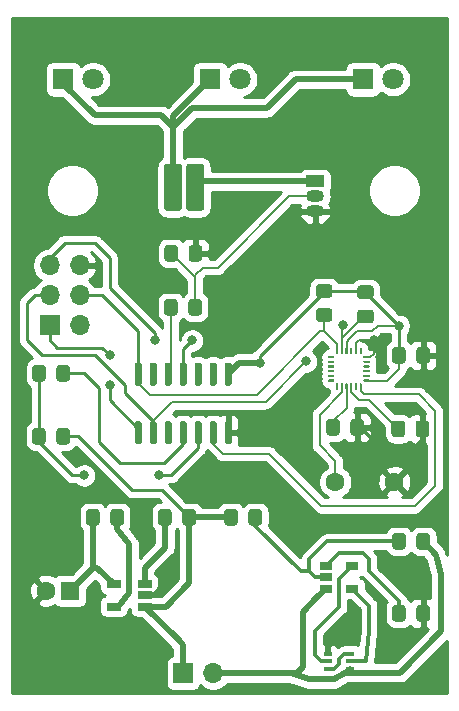
<source format=gbr>
%TF.GenerationSoftware,KiCad,Pcbnew,5.1.6*%
%TF.CreationDate,2020-10-14T19:02:39+02:00*%
%TF.ProjectId,MoCoBiBa_no_charger,4d6f436f-4269-4426-915f-6e6f5f636861,rev?*%
%TF.SameCoordinates,Original*%
%TF.FileFunction,Copper,L1,Top*%
%TF.FilePolarity,Positive*%
%FSLAX46Y46*%
G04 Gerber Fmt 4.6, Leading zero omitted, Abs format (unit mm)*
G04 Created by KiCad (PCBNEW 5.1.6) date 2020-10-14 19:02:39*
%MOMM*%
%LPD*%
G01*
G04 APERTURE LIST*
%TA.AperFunction,ComponentPad*%
%ADD10C,1.600000*%
%TD*%
%TA.AperFunction,ComponentPad*%
%ADD11R,1.600000X1.600000*%
%TD*%
%TA.AperFunction,ComponentPad*%
%ADD12R,1.800000X1.800000*%
%TD*%
%TA.AperFunction,ComponentPad*%
%ADD13C,1.800000*%
%TD*%
%TA.AperFunction,ComponentPad*%
%ADD14R,1.700000X1.700000*%
%TD*%
%TA.AperFunction,ComponentPad*%
%ADD15O,1.700000X1.700000*%
%TD*%
%TA.AperFunction,SMDPad,CuDef*%
%ADD16R,0.650000X0.400000*%
%TD*%
%TA.AperFunction,ComponentPad*%
%ADD17O,1.500000X1.050000*%
%TD*%
%TA.AperFunction,ComponentPad*%
%ADD18R,1.500000X1.050000*%
%TD*%
%TA.AperFunction,SMDPad,CuDef*%
%ADD19R,1.060000X0.650000*%
%TD*%
%TA.AperFunction,SMDPad,CuDef*%
%ADD20R,1.220000X0.650000*%
%TD*%
%TA.AperFunction,ViaPad*%
%ADD21C,0.800000*%
%TD*%
%TA.AperFunction,Conductor*%
%ADD22C,0.300000*%
%TD*%
%TA.AperFunction,Conductor*%
%ADD23C,0.540000*%
%TD*%
%TA.AperFunction,Conductor*%
%ADD24C,0.200000*%
%TD*%
%TA.AperFunction,Conductor*%
%ADD25C,0.250000*%
%TD*%
%TA.AperFunction,Conductor*%
%ADD26C,0.254000*%
%TD*%
G04 APERTURE END LIST*
%TO.P,R12,2*%
%TO.N,SCK_ISP*%
%TA.AperFunction,SMDPad,CuDef*%
G36*
G01*
X81528499Y-46932000D02*
X82428501Y-46932000D01*
G75*
G02*
X82678500Y-47181999I0J-249999D01*
G01*
X82678500Y-47832001D01*
G75*
G02*
X82428501Y-48082000I-249999J0D01*
G01*
X81528499Y-48082000D01*
G75*
G02*
X81278500Y-47832001I0J249999D01*
G01*
X81278500Y-47181999D01*
G75*
G02*
X81528499Y-46932000I249999J0D01*
G01*
G37*
%TD.AperFunction*%
%TO.P,R12,1*%
%TO.N,+2V8*%
%TA.AperFunction,SMDPad,CuDef*%
G36*
G01*
X81528499Y-44882000D02*
X82428501Y-44882000D01*
G75*
G02*
X82678500Y-45131999I0J-249999D01*
G01*
X82678500Y-45782001D01*
G75*
G02*
X82428501Y-46032000I-249999J0D01*
G01*
X81528499Y-46032000D01*
G75*
G02*
X81278500Y-45782001I0J249999D01*
G01*
X81278500Y-45131999D01*
G75*
G02*
X81528499Y-44882000I249999J0D01*
G01*
G37*
%TD.AperFunction*%
%TD*%
%TO.P,R11,2*%
%TO.N,MOSI_ISP*%
%TA.AperFunction,SMDPad,CuDef*%
G36*
G01*
X78035999Y-46820000D02*
X78936001Y-46820000D01*
G75*
G02*
X79186000Y-47069999I0J-249999D01*
G01*
X79186000Y-47720001D01*
G75*
G02*
X78936001Y-47970000I-249999J0D01*
G01*
X78035999Y-47970000D01*
G75*
G02*
X77786000Y-47720001I0J249999D01*
G01*
X77786000Y-47069999D01*
G75*
G02*
X78035999Y-46820000I249999J0D01*
G01*
G37*
%TD.AperFunction*%
%TO.P,R11,1*%
%TO.N,+2V8*%
%TA.AperFunction,SMDPad,CuDef*%
G36*
G01*
X78035999Y-44770000D02*
X78936001Y-44770000D01*
G75*
G02*
X79186000Y-45019999I0J-249999D01*
G01*
X79186000Y-45670001D01*
G75*
G02*
X78936001Y-45920000I-249999J0D01*
G01*
X78035999Y-45920000D01*
G75*
G02*
X77786000Y-45670001I0J249999D01*
G01*
X77786000Y-45019999D01*
G75*
G02*
X78035999Y-44770000I249999J0D01*
G01*
G37*
%TD.AperFunction*%
%TD*%
%TO.P,U2,14*%
%TO.N,GND*%
%TA.AperFunction,SMDPad,CuDef*%
G36*
G01*
X70208000Y-56364000D02*
X70508000Y-56364000D01*
G75*
G02*
X70658000Y-56514000I0J-150000D01*
G01*
X70658000Y-58164000D01*
G75*
G02*
X70508000Y-58314000I-150000J0D01*
G01*
X70208000Y-58314000D01*
G75*
G02*
X70058000Y-58164000I0J150000D01*
G01*
X70058000Y-56514000D01*
G75*
G02*
X70208000Y-56364000I150000J0D01*
G01*
G37*
%TD.AperFunction*%
%TO.P,U2,13*%
%TO.N,Accel_Int*%
%TA.AperFunction,SMDPad,CuDef*%
G36*
G01*
X68938000Y-56364000D02*
X69238000Y-56364000D01*
G75*
G02*
X69388000Y-56514000I0J-150000D01*
G01*
X69388000Y-58164000D01*
G75*
G02*
X69238000Y-58314000I-150000J0D01*
G01*
X68938000Y-58314000D01*
G75*
G02*
X68788000Y-58164000I0J150000D01*
G01*
X68788000Y-56514000D01*
G75*
G02*
X68938000Y-56364000I150000J0D01*
G01*
G37*
%TD.AperFunction*%
%TO.P,U2,12*%
%TO.N,Net-(R4-Pad2)*%
%TA.AperFunction,SMDPad,CuDef*%
G36*
G01*
X67668000Y-56364000D02*
X67968000Y-56364000D01*
G75*
G02*
X68118000Y-56514000I0J-150000D01*
G01*
X68118000Y-58164000D01*
G75*
G02*
X67968000Y-58314000I-150000J0D01*
G01*
X67668000Y-58314000D01*
G75*
G02*
X67518000Y-58164000I0J150000D01*
G01*
X67518000Y-56514000D01*
G75*
G02*
X67668000Y-56364000I150000J0D01*
G01*
G37*
%TD.AperFunction*%
%TO.P,U2,11*%
%TO.N,Net-(R5-Pad1)*%
%TA.AperFunction,SMDPad,CuDef*%
G36*
G01*
X66398000Y-56364000D02*
X66698000Y-56364000D01*
G75*
G02*
X66848000Y-56514000I0J-150000D01*
G01*
X66848000Y-58164000D01*
G75*
G02*
X66698000Y-58314000I-150000J0D01*
G01*
X66398000Y-58314000D01*
G75*
G02*
X66248000Y-58164000I0J150000D01*
G01*
X66248000Y-56514000D01*
G75*
G02*
X66398000Y-56364000I150000J0D01*
G01*
G37*
%TD.AperFunction*%
%TO.P,U2,10*%
%TO.N,Net-(U2-Pad10)*%
%TA.AperFunction,SMDPad,CuDef*%
G36*
G01*
X65128000Y-56364000D02*
X65428000Y-56364000D01*
G75*
G02*
X65578000Y-56514000I0J-150000D01*
G01*
X65578000Y-58164000D01*
G75*
G02*
X65428000Y-58314000I-150000J0D01*
G01*
X65128000Y-58314000D01*
G75*
G02*
X64978000Y-58164000I0J150000D01*
G01*
X64978000Y-56514000D01*
G75*
G02*
X65128000Y-56364000I150000J0D01*
G01*
G37*
%TD.AperFunction*%
%TO.P,U2,9*%
%TO.N,SCK_ISP*%
%TA.AperFunction,SMDPad,CuDef*%
G36*
G01*
X63858000Y-56364000D02*
X64158000Y-56364000D01*
G75*
G02*
X64308000Y-56514000I0J-150000D01*
G01*
X64308000Y-58164000D01*
G75*
G02*
X64158000Y-58314000I-150000J0D01*
G01*
X63858000Y-58314000D01*
G75*
G02*
X63708000Y-58164000I0J150000D01*
G01*
X63708000Y-56514000D01*
G75*
G02*
X63858000Y-56364000I150000J0D01*
G01*
G37*
%TD.AperFunction*%
%TO.P,U2,8*%
%TO.N,MISO_ISP*%
%TA.AperFunction,SMDPad,CuDef*%
G36*
G01*
X62588000Y-56364000D02*
X62888000Y-56364000D01*
G75*
G02*
X63038000Y-56514000I0J-150000D01*
G01*
X63038000Y-58164000D01*
G75*
G02*
X62888000Y-58314000I-150000J0D01*
G01*
X62588000Y-58314000D01*
G75*
G02*
X62438000Y-58164000I0J150000D01*
G01*
X62438000Y-56514000D01*
G75*
G02*
X62588000Y-56364000I150000J0D01*
G01*
G37*
%TD.AperFunction*%
%TO.P,U2,7*%
%TO.N,MOSI_ISP*%
%TA.AperFunction,SMDPad,CuDef*%
G36*
G01*
X62588000Y-51414000D02*
X62888000Y-51414000D01*
G75*
G02*
X63038000Y-51564000I0J-150000D01*
G01*
X63038000Y-53214000D01*
G75*
G02*
X62888000Y-53364000I-150000J0D01*
G01*
X62588000Y-53364000D01*
G75*
G02*
X62438000Y-53214000I0J150000D01*
G01*
X62438000Y-51564000D01*
G75*
G02*
X62588000Y-51414000I150000J0D01*
G01*
G37*
%TD.AperFunction*%
%TO.P,U2,6*%
%TO.N,Net-(U2-Pad6)*%
%TA.AperFunction,SMDPad,CuDef*%
G36*
G01*
X63858000Y-51414000D02*
X64158000Y-51414000D01*
G75*
G02*
X64308000Y-51564000I0J-150000D01*
G01*
X64308000Y-53214000D01*
G75*
G02*
X64158000Y-53364000I-150000J0D01*
G01*
X63858000Y-53364000D01*
G75*
G02*
X63708000Y-53214000I0J150000D01*
G01*
X63708000Y-51564000D01*
G75*
G02*
X63858000Y-51414000I150000J0D01*
G01*
G37*
%TD.AperFunction*%
%TO.P,U2,5*%
%TO.N,LED_PWM*%
%TA.AperFunction,SMDPad,CuDef*%
G36*
G01*
X65128000Y-51414000D02*
X65428000Y-51414000D01*
G75*
G02*
X65578000Y-51564000I0J-150000D01*
G01*
X65578000Y-53214000D01*
G75*
G02*
X65428000Y-53364000I-150000J0D01*
G01*
X65128000Y-53364000D01*
G75*
G02*
X64978000Y-53214000I0J150000D01*
G01*
X64978000Y-51564000D01*
G75*
G02*
X65128000Y-51414000I150000J0D01*
G01*
G37*
%TD.AperFunction*%
%TO.P,U2,4*%
%TO.N,nRES_ISP*%
%TA.AperFunction,SMDPad,CuDef*%
G36*
G01*
X66398000Y-51414000D02*
X66698000Y-51414000D01*
G75*
G02*
X66848000Y-51564000I0J-150000D01*
G01*
X66848000Y-53214000D01*
G75*
G02*
X66698000Y-53364000I-150000J0D01*
G01*
X66398000Y-53364000D01*
G75*
G02*
X66248000Y-53214000I0J150000D01*
G01*
X66248000Y-51564000D01*
G75*
G02*
X66398000Y-51414000I150000J0D01*
G01*
G37*
%TD.AperFunction*%
%TO.P,U2,3*%
%TO.N,Net-(U2-Pad3)*%
%TA.AperFunction,SMDPad,CuDef*%
G36*
G01*
X67668000Y-51414000D02*
X67968000Y-51414000D01*
G75*
G02*
X68118000Y-51564000I0J-150000D01*
G01*
X68118000Y-53214000D01*
G75*
G02*
X67968000Y-53364000I-150000J0D01*
G01*
X67668000Y-53364000D01*
G75*
G02*
X67518000Y-53214000I0J150000D01*
G01*
X67518000Y-51564000D01*
G75*
G02*
X67668000Y-51414000I150000J0D01*
G01*
G37*
%TD.AperFunction*%
%TO.P,U2,2*%
%TO.N,Net-(U2-Pad2)*%
%TA.AperFunction,SMDPad,CuDef*%
G36*
G01*
X68938000Y-51414000D02*
X69238000Y-51414000D01*
G75*
G02*
X69388000Y-51564000I0J-150000D01*
G01*
X69388000Y-53214000D01*
G75*
G02*
X69238000Y-53364000I-150000J0D01*
G01*
X68938000Y-53364000D01*
G75*
G02*
X68788000Y-53214000I0J150000D01*
G01*
X68788000Y-51564000D01*
G75*
G02*
X68938000Y-51414000I150000J0D01*
G01*
G37*
%TD.AperFunction*%
%TO.P,U2,1*%
%TO.N,+2V8*%
%TA.AperFunction,SMDPad,CuDef*%
G36*
G01*
X70208000Y-51414000D02*
X70508000Y-51414000D01*
G75*
G02*
X70658000Y-51564000I0J-150000D01*
G01*
X70658000Y-53214000D01*
G75*
G02*
X70508000Y-53364000I-150000J0D01*
G01*
X70208000Y-53364000D01*
G75*
G02*
X70058000Y-53214000I0J150000D01*
G01*
X70058000Y-51564000D01*
G75*
G02*
X70208000Y-51414000I150000J0D01*
G01*
G37*
%TD.AperFunction*%
%TD*%
%TO.P,C2,1*%
%TO.N,Net-(C2-Pad1)*%
%TA.AperFunction,SMDPad,CuDef*%
G36*
G01*
X84252000Y-66998001D02*
X84252000Y-66097999D01*
G75*
G02*
X84501999Y-65848000I249999J0D01*
G01*
X85152001Y-65848000D01*
G75*
G02*
X85402000Y-66097999I0J-249999D01*
G01*
X85402000Y-66998001D01*
G75*
G02*
X85152001Y-67248000I-249999J0D01*
G01*
X84501999Y-67248000D01*
G75*
G02*
X84252000Y-66998001I0J249999D01*
G01*
G37*
%TD.AperFunction*%
%TO.P,C2,2*%
%TO.N,-BATT*%
%TA.AperFunction,SMDPad,CuDef*%
G36*
G01*
X86302000Y-66998001D02*
X86302000Y-66097999D01*
G75*
G02*
X86551999Y-65848000I249999J0D01*
G01*
X87202001Y-65848000D01*
G75*
G02*
X87452000Y-66097999I0J-249999D01*
G01*
X87452000Y-66998001D01*
G75*
G02*
X87202001Y-67248000I-249999J0D01*
G01*
X86551999Y-67248000D01*
G75*
G02*
X86302000Y-66998001I0J249999D01*
G01*
G37*
%TD.AperFunction*%
%TD*%
D10*
%TO.P,C3,1*%
%TO.N,+2V8*%
X79438500Y-61531500D03*
%TO.P,C3,2*%
%TO.N,GND*%
X84438500Y-61531500D03*
%TD*%
%TO.P,C4,2*%
%TO.N,GND*%
%TA.AperFunction,SMDPad,CuDef*%
G36*
G01*
X86229500Y-57473001D02*
X86229500Y-56572999D01*
G75*
G02*
X86479499Y-56323000I249999J0D01*
G01*
X87129501Y-56323000D01*
G75*
G02*
X87379500Y-56572999I0J-249999D01*
G01*
X87379500Y-57473001D01*
G75*
G02*
X87129501Y-57723000I-249999J0D01*
G01*
X86479499Y-57723000D01*
G75*
G02*
X86229500Y-57473001I0J249999D01*
G01*
G37*
%TD.AperFunction*%
%TO.P,C4,1*%
%TO.N,Net-(C4-Pad1)*%
%TA.AperFunction,SMDPad,CuDef*%
G36*
G01*
X84179500Y-57473001D02*
X84179500Y-56572999D01*
G75*
G02*
X84429499Y-56323000I249999J0D01*
G01*
X85079501Y-56323000D01*
G75*
G02*
X85329500Y-56572999I0J-249999D01*
G01*
X85329500Y-57473001D01*
G75*
G02*
X85079501Y-57723000I-249999J0D01*
G01*
X84429499Y-57723000D01*
G75*
G02*
X84179500Y-57473001I0J249999D01*
G01*
G37*
%TD.AperFunction*%
%TD*%
D11*
%TO.P,C5,1*%
%TO.N,+2V8*%
X56959500Y-70739000D03*
D10*
%TO.P,C5,2*%
%TO.N,GND*%
X54959500Y-70739000D03*
%TD*%
%TO.P,C6,1*%
%TO.N,+2V8*%
%TA.AperFunction,SMDPad,CuDef*%
G36*
G01*
X84243000Y-51250001D02*
X84243000Y-50349999D01*
G75*
G02*
X84492999Y-50100000I249999J0D01*
G01*
X85143001Y-50100000D01*
G75*
G02*
X85393000Y-50349999I0J-249999D01*
G01*
X85393000Y-51250001D01*
G75*
G02*
X85143001Y-51500000I-249999J0D01*
G01*
X84492999Y-51500000D01*
G75*
G02*
X84243000Y-51250001I0J249999D01*
G01*
G37*
%TD.AperFunction*%
%TO.P,C6,2*%
%TO.N,GND*%
%TA.AperFunction,SMDPad,CuDef*%
G36*
G01*
X86293000Y-51250001D02*
X86293000Y-50349999D01*
G75*
G02*
X86542999Y-50100000I249999J0D01*
G01*
X87193001Y-50100000D01*
G75*
G02*
X87443000Y-50349999I0J-249999D01*
G01*
X87443000Y-51250001D01*
G75*
G02*
X87193001Y-51500000I-249999J0D01*
G01*
X86542999Y-51500000D01*
G75*
G02*
X86293000Y-51250001I0J249999D01*
G01*
G37*
%TD.AperFunction*%
%TD*%
D12*
%TO.P,D2,1*%
%TO.N,Net-(D2-Pad1)*%
X56388000Y-27432000D03*
D13*
%TO.P,D2,2*%
%TO.N,+2V8*%
X58928000Y-27432000D03*
%TD*%
%TO.P,D3,2*%
%TO.N,+2V8*%
X71374000Y-27432000D03*
D12*
%TO.P,D3,1*%
%TO.N,Net-(D2-Pad1)*%
X68834000Y-27432000D03*
%TD*%
%TO.P,D4,1*%
%TO.N,Net-(D2-Pad1)*%
X81788000Y-27432000D03*
D13*
%TO.P,D4,2*%
%TO.N,+2V8*%
X84328000Y-27432000D03*
%TD*%
D14*
%TO.P,J2,1*%
%TO.N,+BATT*%
X66548000Y-77724000D03*
D15*
%TO.P,J2,2*%
%TO.N,-BATT*%
X69088000Y-77724000D03*
%TD*%
D14*
%TO.P,J3,1*%
%TO.N,MISO_ISP*%
X55245000Y-48260000D03*
D15*
%TO.P,J3,2*%
%TO.N,+2V8*%
X57785000Y-48260000D03*
%TO.P,J3,3*%
%TO.N,SCK_ISP*%
X55245000Y-45720000D03*
%TO.P,J3,4*%
%TO.N,MOSI_ISP*%
X57785000Y-45720000D03*
%TO.P,J3,5*%
%TO.N,nRES_ISP*%
X55245000Y-43180000D03*
%TO.P,J3,6*%
%TO.N,GND*%
X57785000Y-43180000D03*
%TD*%
%TO.P,L1,1*%
%TO.N,Net-(L1-Pad1)*%
%TA.AperFunction,SMDPad,CuDef*%
G36*
G01*
X61535000Y-64065999D02*
X61535000Y-64966001D01*
G75*
G02*
X61285001Y-65216000I-249999J0D01*
G01*
X60634999Y-65216000D01*
G75*
G02*
X60385000Y-64966001I0J249999D01*
G01*
X60385000Y-64065999D01*
G75*
G02*
X60634999Y-63816000I249999J0D01*
G01*
X61285001Y-63816000D01*
G75*
G02*
X61535000Y-64065999I0J-249999D01*
G01*
G37*
%TD.AperFunction*%
%TO.P,L1,2*%
%TO.N,+2V8*%
%TA.AperFunction,SMDPad,CuDef*%
G36*
G01*
X59485000Y-64065999D02*
X59485000Y-64966001D01*
G75*
G02*
X59235001Y-65216000I-249999J0D01*
G01*
X58584999Y-65216000D01*
G75*
G02*
X58335000Y-64966001I0J249999D01*
G01*
X58335000Y-64065999D01*
G75*
G02*
X58584999Y-63816000I249999J0D01*
G01*
X59235001Y-63816000D01*
G75*
G02*
X59485000Y-64065999I0J-249999D01*
G01*
G37*
%TD.AperFunction*%
%TD*%
D16*
%TO.P,Q1,1*%
%TO.N,-BATT*%
X80706000Y-77358000D03*
%TO.P,Q1,3*%
%TO.N,Net-(Q1-Pad3)*%
X80706000Y-76058000D03*
%TO.P,Q1,5*%
%TO.N,Net-(Q1-Pad5)*%
X78806000Y-76708000D03*
%TO.P,Q1,2*%
%TO.N,Net-(Q1-Pad2)*%
X80706000Y-76708000D03*
%TO.P,Q1,4*%
%TO.N,GND*%
X78806000Y-76058000D03*
%TO.P,Q1,6*%
%TO.N,Net-(Q1-Pad3)*%
X78806000Y-77358000D03*
%TD*%
D17*
%TO.P,Q2,2*%
%TO.N,Net-(Q2-Pad2)*%
X77724000Y-37338000D03*
%TO.P,Q2,3*%
%TO.N,GND*%
X77724000Y-38608000D03*
D18*
%TO.P,Q2,1*%
%TO.N,Net-(Q2-Pad1)*%
X77724000Y-36068000D03*
%TD*%
%TO.P,R1,2*%
%TO.N,GND*%
%TA.AperFunction,SMDPad,CuDef*%
G36*
G01*
X86293000Y-73094001D02*
X86293000Y-72193999D01*
G75*
G02*
X86542999Y-71944000I249999J0D01*
G01*
X87193001Y-71944000D01*
G75*
G02*
X87443000Y-72193999I0J-249999D01*
G01*
X87443000Y-73094001D01*
G75*
G02*
X87193001Y-73344000I-249999J0D01*
G01*
X86542999Y-73344000D01*
G75*
G02*
X86293000Y-73094001I0J249999D01*
G01*
G37*
%TD.AperFunction*%
%TO.P,R1,1*%
%TO.N,Net-(R1-Pad1)*%
%TA.AperFunction,SMDPad,CuDef*%
G36*
G01*
X84243000Y-73094001D02*
X84243000Y-72193999D01*
G75*
G02*
X84492999Y-71944000I249999J0D01*
G01*
X85143001Y-71944000D01*
G75*
G02*
X85393000Y-72193999I0J-249999D01*
G01*
X85393000Y-73094001D01*
G75*
G02*
X85143001Y-73344000I-249999J0D01*
G01*
X84492999Y-73344000D01*
G75*
G02*
X84243000Y-73094001I0J249999D01*
G01*
G37*
%TD.AperFunction*%
%TD*%
%TO.P,R4,2*%
%TO.N,Net-(R4-Pad2)*%
%TA.AperFunction,SMDPad,CuDef*%
G36*
G01*
X54913000Y-57207999D02*
X54913000Y-58108001D01*
G75*
G02*
X54663001Y-58358000I-249999J0D01*
G01*
X54012999Y-58358000D01*
G75*
G02*
X53763000Y-58108001I0J249999D01*
G01*
X53763000Y-57207999D01*
G75*
G02*
X54012999Y-56958000I249999J0D01*
G01*
X54663001Y-56958000D01*
G75*
G02*
X54913000Y-57207999I0J-249999D01*
G01*
G37*
%TD.AperFunction*%
%TO.P,R4,1*%
%TO.N,+BATT*%
%TA.AperFunction,SMDPad,CuDef*%
G36*
G01*
X56963000Y-57207999D02*
X56963000Y-58108001D01*
G75*
G02*
X56713001Y-58358000I-249999J0D01*
G01*
X56062999Y-58358000D01*
G75*
G02*
X55813000Y-58108001I0J249999D01*
G01*
X55813000Y-57207999D01*
G75*
G02*
X56062999Y-56958000I249999J0D01*
G01*
X56713001Y-56958000D01*
G75*
G02*
X56963000Y-57207999I0J-249999D01*
G01*
G37*
%TD.AperFunction*%
%TD*%
%TO.P,R5,1*%
%TO.N,Net-(R5-Pad1)*%
%TA.AperFunction,SMDPad,CuDef*%
G36*
G01*
X56972000Y-51873999D02*
X56972000Y-52774001D01*
G75*
G02*
X56722001Y-53024000I-249999J0D01*
G01*
X56071999Y-53024000D01*
G75*
G02*
X55822000Y-52774001I0J249999D01*
G01*
X55822000Y-51873999D01*
G75*
G02*
X56071999Y-51624000I249999J0D01*
G01*
X56722001Y-51624000D01*
G75*
G02*
X56972000Y-51873999I0J-249999D01*
G01*
G37*
%TD.AperFunction*%
%TO.P,R5,2*%
%TO.N,Net-(R4-Pad2)*%
%TA.AperFunction,SMDPad,CuDef*%
G36*
G01*
X54922000Y-51873999D02*
X54922000Y-52774001D01*
G75*
G02*
X54672001Y-53024000I-249999J0D01*
G01*
X54021999Y-53024000D01*
G75*
G02*
X53772000Y-52774001I0J249999D01*
G01*
X53772000Y-51873999D01*
G75*
G02*
X54021999Y-51624000I249999J0D01*
G01*
X54672001Y-51624000D01*
G75*
G02*
X54922000Y-51873999I0J-249999D01*
G01*
G37*
%TD.AperFunction*%
%TD*%
%TO.P,R6,1*%
%TO.N,Net-(C2-Pad1)*%
%TA.AperFunction,SMDPad,CuDef*%
G36*
G01*
X73228000Y-64065999D02*
X73228000Y-64966001D01*
G75*
G02*
X72978001Y-65216000I-249999J0D01*
G01*
X72327999Y-65216000D01*
G75*
G02*
X72078000Y-64966001I0J249999D01*
G01*
X72078000Y-64065999D01*
G75*
G02*
X72327999Y-63816000I249999J0D01*
G01*
X72978001Y-63816000D01*
G75*
G02*
X73228000Y-64065999I0J-249999D01*
G01*
G37*
%TD.AperFunction*%
%TO.P,R6,2*%
%TO.N,+BATT*%
%TA.AperFunction,SMDPad,CuDef*%
G36*
G01*
X71178000Y-64065999D02*
X71178000Y-64966001D01*
G75*
G02*
X70928001Y-65216000I-249999J0D01*
G01*
X70277999Y-65216000D01*
G75*
G02*
X70028000Y-64966001I0J249999D01*
G01*
X70028000Y-64065999D01*
G75*
G02*
X70277999Y-63816000I249999J0D01*
G01*
X70928001Y-63816000D01*
G75*
G02*
X71178000Y-64065999I0J-249999D01*
G01*
G37*
%TD.AperFunction*%
%TD*%
%TO.P,R7,1*%
%TO.N,LED_PWM*%
%TA.AperFunction,SMDPad,CuDef*%
G36*
G01*
X64939000Y-47186001D02*
X64939000Y-46285999D01*
G75*
G02*
X65188999Y-46036000I249999J0D01*
G01*
X65839001Y-46036000D01*
G75*
G02*
X66089000Y-46285999I0J-249999D01*
G01*
X66089000Y-47186001D01*
G75*
G02*
X65839001Y-47436000I-249999J0D01*
G01*
X65188999Y-47436000D01*
G75*
G02*
X64939000Y-47186001I0J249999D01*
G01*
G37*
%TD.AperFunction*%
%TO.P,R7,2*%
%TO.N,Net-(Q2-Pad2)*%
%TA.AperFunction,SMDPad,CuDef*%
G36*
G01*
X66989000Y-47186001D02*
X66989000Y-46285999D01*
G75*
G02*
X67238999Y-46036000I249999J0D01*
G01*
X67889001Y-46036000D01*
G75*
G02*
X68139000Y-46285999I0J-249999D01*
G01*
X68139000Y-47186001D01*
G75*
G02*
X67889001Y-47436000I-249999J0D01*
G01*
X67238999Y-47436000D01*
G75*
G02*
X66989000Y-47186001I0J249999D01*
G01*
G37*
%TD.AperFunction*%
%TD*%
%TO.P,R8,2*%
%TO.N,GND*%
%TA.AperFunction,SMDPad,CuDef*%
G36*
G01*
X67007000Y-42614001D02*
X67007000Y-41713999D01*
G75*
G02*
X67256999Y-41464000I249999J0D01*
G01*
X67907001Y-41464000D01*
G75*
G02*
X68157000Y-41713999I0J-249999D01*
G01*
X68157000Y-42614001D01*
G75*
G02*
X67907001Y-42864000I-249999J0D01*
G01*
X67256999Y-42864000D01*
G75*
G02*
X67007000Y-42614001I0J249999D01*
G01*
G37*
%TD.AperFunction*%
%TO.P,R8,1*%
%TO.N,Net-(Q2-Pad2)*%
%TA.AperFunction,SMDPad,CuDef*%
G36*
G01*
X64957000Y-42614001D02*
X64957000Y-41713999D01*
G75*
G02*
X65206999Y-41464000I249999J0D01*
G01*
X65857001Y-41464000D01*
G75*
G02*
X66107000Y-41713999I0J-249999D01*
G01*
X66107000Y-42614001D01*
G75*
G02*
X65857001Y-42864000I-249999J0D01*
G01*
X65206999Y-42864000D01*
G75*
G02*
X64957000Y-42614001I0J249999D01*
G01*
G37*
%TD.AperFunction*%
%TD*%
%TO.P,R9,1*%
%TO.N,Net-(D2-Pad1)*%
%TA.AperFunction,SMDPad,CuDef*%
G36*
G01*
X64926500Y-38326001D02*
X64926500Y-34825999D01*
G75*
G02*
X65176499Y-34576000I249999J0D01*
G01*
X66201501Y-34576000D01*
G75*
G02*
X66451500Y-34825999I0J-249999D01*
G01*
X66451500Y-38326001D01*
G75*
G02*
X66201501Y-38576000I-249999J0D01*
G01*
X65176499Y-38576000D01*
G75*
G02*
X64926500Y-38326001I0J249999D01*
G01*
G37*
%TD.AperFunction*%
%TO.P,R9,2*%
%TO.N,Net-(Q2-Pad1)*%
%TA.AperFunction,SMDPad,CuDef*%
G36*
G01*
X66801500Y-38326001D02*
X66801500Y-34825999D01*
G75*
G02*
X67051499Y-34576000I249999J0D01*
G01*
X68076501Y-34576000D01*
G75*
G02*
X68326500Y-34825999I0J-249999D01*
G01*
X68326500Y-38326001D01*
G75*
G02*
X68076501Y-38576000I-249999J0D01*
G01*
X67051499Y-38576000D01*
G75*
G02*
X66801500Y-38326001I0J249999D01*
G01*
G37*
%TD.AperFunction*%
%TD*%
%TO.P,R10,2*%
%TO.N,+BATT*%
%TA.AperFunction,SMDPad,CuDef*%
G36*
G01*
X66481000Y-64966001D02*
X66481000Y-64065999D01*
G75*
G02*
X66730999Y-63816000I249999J0D01*
G01*
X67381001Y-63816000D01*
G75*
G02*
X67631000Y-64065999I0J-249999D01*
G01*
X67631000Y-64966001D01*
G75*
G02*
X67381001Y-65216000I-249999J0D01*
G01*
X66730999Y-65216000D01*
G75*
G02*
X66481000Y-64966001I0J249999D01*
G01*
G37*
%TD.AperFunction*%
%TO.P,R10,1*%
%TO.N,Net-(R10-Pad1)*%
%TA.AperFunction,SMDPad,CuDef*%
G36*
G01*
X64431000Y-64966001D02*
X64431000Y-64065999D01*
G75*
G02*
X64680999Y-63816000I249999J0D01*
G01*
X65331001Y-63816000D01*
G75*
G02*
X65581000Y-64065999I0J-249999D01*
G01*
X65581000Y-64966001D01*
G75*
G02*
X65331001Y-65216000I-249999J0D01*
G01*
X64680999Y-65216000D01*
G75*
G02*
X64431000Y-64966001I0J249999D01*
G01*
G37*
%TD.AperFunction*%
%TD*%
%TO.P,R13,1*%
%TO.N,Net-(R13-Pad1)*%
%TA.AperFunction,SMDPad,CuDef*%
G36*
G01*
X78664000Y-57346001D02*
X78664000Y-56445999D01*
G75*
G02*
X78913999Y-56196000I249999J0D01*
G01*
X79564001Y-56196000D01*
G75*
G02*
X79814000Y-56445999I0J-249999D01*
G01*
X79814000Y-57346001D01*
G75*
G02*
X79564001Y-57596000I-249999J0D01*
G01*
X78913999Y-57596000D01*
G75*
G02*
X78664000Y-57346001I0J249999D01*
G01*
G37*
%TD.AperFunction*%
%TO.P,R13,2*%
%TO.N,GND*%
%TA.AperFunction,SMDPad,CuDef*%
G36*
G01*
X80714000Y-57346001D02*
X80714000Y-56445999D01*
G75*
G02*
X80963999Y-56196000I249999J0D01*
G01*
X81614001Y-56196000D01*
G75*
G02*
X81864000Y-56445999I0J-249999D01*
G01*
X81864000Y-57346001D01*
G75*
G02*
X81614001Y-57596000I-249999J0D01*
G01*
X80963999Y-57596000D01*
G75*
G02*
X80714000Y-57346001I0J249999D01*
G01*
G37*
%TD.AperFunction*%
%TD*%
D19*
%TO.P,U3,1*%
%TO.N,Net-(R1-Pad1)*%
X78656000Y-68646000D03*
%TO.P,U3,2*%
%TO.N,Net-(C2-Pad1)*%
X78656000Y-69596000D03*
%TO.P,U3,3*%
%TO.N,-BATT*%
X78656000Y-70546000D03*
%TO.P,U3,4*%
%TO.N,Net-(Q1-Pad2)*%
X80856000Y-70546000D03*
%TO.P,U3,5*%
%TO.N,Net-(Q1-Pad5)*%
X80856000Y-68646000D03*
%TD*%
D20*
%TO.P,U4,1*%
%TO.N,+BATT*%
X63286000Y-72070000D03*
%TO.P,U4,2*%
%TO.N,GND*%
X63286000Y-71120000D03*
%TO.P,U4,3*%
%TO.N,Net-(R10-Pad1)*%
X63286000Y-70170000D03*
%TO.P,U4,4*%
%TO.N,+2V8*%
X60666000Y-70170000D03*
%TO.P,U4,5*%
%TO.N,Net-(L1-Pad1)*%
X60666000Y-72070000D03*
%TD*%
%TO.P,U5,1*%
%TO.N,Net-(U5-Pad1)*%
%TA.AperFunction,SMDPad,CuDef*%
G36*
G01*
X78806500Y-50993000D02*
X78806500Y-50893000D01*
G75*
G02*
X78856500Y-50843000I50000J0D01*
G01*
X79306500Y-50843000D01*
G75*
G02*
X79356500Y-50893000I0J-50000D01*
G01*
X79356500Y-50993000D01*
G75*
G02*
X79306500Y-51043000I-50000J0D01*
G01*
X78856500Y-51043000D01*
G75*
G02*
X78806500Y-50993000I0J50000D01*
G01*
G37*
%TD.AperFunction*%
%TO.P,U5,2*%
%TO.N,Net-(U5-Pad2)*%
%TA.AperFunction,SMDPad,CuDef*%
G36*
G01*
X78806500Y-51393000D02*
X78806500Y-51293000D01*
G75*
G02*
X78856500Y-51243000I50000J0D01*
G01*
X79306500Y-51243000D01*
G75*
G02*
X79356500Y-51293000I0J-50000D01*
G01*
X79356500Y-51393000D01*
G75*
G02*
X79306500Y-51443000I-50000J0D01*
G01*
X78856500Y-51443000D01*
G75*
G02*
X78806500Y-51393000I0J50000D01*
G01*
G37*
%TD.AperFunction*%
%TO.P,U5,3*%
%TO.N,Net-(U5-Pad3)*%
%TA.AperFunction,SMDPad,CuDef*%
G36*
G01*
X78806500Y-51793000D02*
X78806500Y-51693000D01*
G75*
G02*
X78856500Y-51643000I50000J0D01*
G01*
X79306500Y-51643000D01*
G75*
G02*
X79356500Y-51693000I0J-50000D01*
G01*
X79356500Y-51793000D01*
G75*
G02*
X79306500Y-51843000I-50000J0D01*
G01*
X78856500Y-51843000D01*
G75*
G02*
X78806500Y-51793000I0J50000D01*
G01*
G37*
%TD.AperFunction*%
%TO.P,U5,4*%
%TO.N,Net-(U5-Pad4)*%
%TA.AperFunction,SMDPad,CuDef*%
G36*
G01*
X78806500Y-52193000D02*
X78806500Y-52093000D01*
G75*
G02*
X78856500Y-52043000I50000J0D01*
G01*
X79306500Y-52043000D01*
G75*
G02*
X79356500Y-52093000I0J-50000D01*
G01*
X79356500Y-52193000D01*
G75*
G02*
X79306500Y-52243000I-50000J0D01*
G01*
X78856500Y-52243000D01*
G75*
G02*
X78806500Y-52193000I0J50000D01*
G01*
G37*
%TD.AperFunction*%
%TO.P,U5,5*%
%TO.N,Net-(U5-Pad5)*%
%TA.AperFunction,SMDPad,CuDef*%
G36*
G01*
X78806500Y-52593000D02*
X78806500Y-52493000D01*
G75*
G02*
X78856500Y-52443000I50000J0D01*
G01*
X79306500Y-52443000D01*
G75*
G02*
X79356500Y-52493000I0J-50000D01*
G01*
X79356500Y-52593000D01*
G75*
G02*
X79306500Y-52643000I-50000J0D01*
G01*
X78856500Y-52643000D01*
G75*
G02*
X78806500Y-52593000I0J50000D01*
G01*
G37*
%TD.AperFunction*%
%TO.P,U5,6*%
%TO.N,Net-(U5-Pad6)*%
%TA.AperFunction,SMDPad,CuDef*%
G36*
G01*
X78806500Y-52993000D02*
X78806500Y-52893000D01*
G75*
G02*
X78856500Y-52843000I50000J0D01*
G01*
X79306500Y-52843000D01*
G75*
G02*
X79356500Y-52893000I0J-50000D01*
G01*
X79356500Y-52993000D01*
G75*
G02*
X79306500Y-53043000I-50000J0D01*
G01*
X78856500Y-53043000D01*
G75*
G02*
X78806500Y-52993000I0J50000D01*
G01*
G37*
%TD.AperFunction*%
%TO.P,U5,7*%
%TO.N,Net-(U5-Pad7)*%
%TA.AperFunction,SMDPad,CuDef*%
G36*
G01*
X79631500Y-53718000D02*
X79531500Y-53718000D01*
G75*
G02*
X79481500Y-53668000I0J50000D01*
G01*
X79481500Y-53218000D01*
G75*
G02*
X79531500Y-53168000I50000J0D01*
G01*
X79631500Y-53168000D01*
G75*
G02*
X79681500Y-53218000I0J-50000D01*
G01*
X79681500Y-53668000D01*
G75*
G02*
X79631500Y-53718000I-50000J0D01*
G01*
G37*
%TD.AperFunction*%
%TO.P,U5,8*%
%TO.N,+2V8*%
%TA.AperFunction,SMDPad,CuDef*%
G36*
G01*
X80031500Y-53718000D02*
X79931500Y-53718000D01*
G75*
G02*
X79881500Y-53668000I0J50000D01*
G01*
X79881500Y-53218000D01*
G75*
G02*
X79931500Y-53168000I50000J0D01*
G01*
X80031500Y-53168000D01*
G75*
G02*
X80081500Y-53218000I0J-50000D01*
G01*
X80081500Y-53668000D01*
G75*
G02*
X80031500Y-53718000I-50000J0D01*
G01*
G37*
%TD.AperFunction*%
%TO.P,U5,9*%
%TO.N,Net-(R13-Pad1)*%
%TA.AperFunction,SMDPad,CuDef*%
G36*
G01*
X80431500Y-53718000D02*
X80331500Y-53718000D01*
G75*
G02*
X80281500Y-53668000I0J50000D01*
G01*
X80281500Y-53218000D01*
G75*
G02*
X80331500Y-53168000I50000J0D01*
G01*
X80431500Y-53168000D01*
G75*
G02*
X80481500Y-53218000I0J-50000D01*
G01*
X80481500Y-53668000D01*
G75*
G02*
X80431500Y-53718000I-50000J0D01*
G01*
G37*
%TD.AperFunction*%
%TO.P,U5,10*%
%TO.N,Net-(C4-Pad1)*%
%TA.AperFunction,SMDPad,CuDef*%
G36*
G01*
X80831500Y-53718000D02*
X80731500Y-53718000D01*
G75*
G02*
X80681500Y-53668000I0J50000D01*
G01*
X80681500Y-53218000D01*
G75*
G02*
X80731500Y-53168000I50000J0D01*
G01*
X80831500Y-53168000D01*
G75*
G02*
X80881500Y-53218000I0J-50000D01*
G01*
X80881500Y-53668000D01*
G75*
G02*
X80831500Y-53718000I-50000J0D01*
G01*
G37*
%TD.AperFunction*%
%TO.P,U5,11*%
%TO.N,Net-(U5-Pad11)*%
%TA.AperFunction,SMDPad,CuDef*%
G36*
G01*
X81231500Y-53718000D02*
X81131500Y-53718000D01*
G75*
G02*
X81081500Y-53668000I0J50000D01*
G01*
X81081500Y-53218000D01*
G75*
G02*
X81131500Y-53168000I50000J0D01*
G01*
X81231500Y-53168000D01*
G75*
G02*
X81281500Y-53218000I0J-50000D01*
G01*
X81281500Y-53668000D01*
G75*
G02*
X81231500Y-53718000I-50000J0D01*
G01*
G37*
%TD.AperFunction*%
%TO.P,U5,12*%
%TO.N,Accel_Int*%
%TA.AperFunction,SMDPad,CuDef*%
G36*
G01*
X81631500Y-53718000D02*
X81531500Y-53718000D01*
G75*
G02*
X81481500Y-53668000I0J50000D01*
G01*
X81481500Y-53218000D01*
G75*
G02*
X81531500Y-53168000I50000J0D01*
G01*
X81631500Y-53168000D01*
G75*
G02*
X81681500Y-53218000I0J-50000D01*
G01*
X81681500Y-53668000D01*
G75*
G02*
X81631500Y-53718000I-50000J0D01*
G01*
G37*
%TD.AperFunction*%
%TO.P,U5,13*%
%TO.N,+2V8*%
%TA.AperFunction,SMDPad,CuDef*%
G36*
G01*
X81806500Y-52993000D02*
X81806500Y-52893000D01*
G75*
G02*
X81856500Y-52843000I50000J0D01*
G01*
X82306500Y-52843000D01*
G75*
G02*
X82356500Y-52893000I0J-50000D01*
G01*
X82356500Y-52993000D01*
G75*
G02*
X82306500Y-53043000I-50000J0D01*
G01*
X81856500Y-53043000D01*
G75*
G02*
X81806500Y-52993000I0J50000D01*
G01*
G37*
%TD.AperFunction*%
%TO.P,U5,14*%
%TO.N,Net-(U5-Pad14)*%
%TA.AperFunction,SMDPad,CuDef*%
G36*
G01*
X81806500Y-52593000D02*
X81806500Y-52493000D01*
G75*
G02*
X81856500Y-52443000I50000J0D01*
G01*
X82306500Y-52443000D01*
G75*
G02*
X82356500Y-52493000I0J-50000D01*
G01*
X82356500Y-52593000D01*
G75*
G02*
X82306500Y-52643000I-50000J0D01*
G01*
X81856500Y-52643000D01*
G75*
G02*
X81806500Y-52593000I0J50000D01*
G01*
G37*
%TD.AperFunction*%
%TO.P,U5,15*%
%TO.N,Net-(U5-Pad15)*%
%TA.AperFunction,SMDPad,CuDef*%
G36*
G01*
X81806500Y-52193000D02*
X81806500Y-52093000D01*
G75*
G02*
X81856500Y-52043000I50000J0D01*
G01*
X82306500Y-52043000D01*
G75*
G02*
X82356500Y-52093000I0J-50000D01*
G01*
X82356500Y-52193000D01*
G75*
G02*
X82306500Y-52243000I-50000J0D01*
G01*
X81856500Y-52243000D01*
G75*
G02*
X81806500Y-52193000I0J50000D01*
G01*
G37*
%TD.AperFunction*%
%TO.P,U5,16*%
%TO.N,Net-(U5-Pad16)*%
%TA.AperFunction,SMDPad,CuDef*%
G36*
G01*
X81806500Y-51793000D02*
X81806500Y-51693000D01*
G75*
G02*
X81856500Y-51643000I50000J0D01*
G01*
X82306500Y-51643000D01*
G75*
G02*
X82356500Y-51693000I0J-50000D01*
G01*
X82356500Y-51793000D01*
G75*
G02*
X82306500Y-51843000I-50000J0D01*
G01*
X81856500Y-51843000D01*
G75*
G02*
X81806500Y-51793000I0J50000D01*
G01*
G37*
%TD.AperFunction*%
%TO.P,U5,17*%
%TO.N,Net-(U5-Pad17)*%
%TA.AperFunction,SMDPad,CuDef*%
G36*
G01*
X81806500Y-51393000D02*
X81806500Y-51293000D01*
G75*
G02*
X81856500Y-51243000I50000J0D01*
G01*
X82306500Y-51243000D01*
G75*
G02*
X82356500Y-51293000I0J-50000D01*
G01*
X82356500Y-51393000D01*
G75*
G02*
X82306500Y-51443000I-50000J0D01*
G01*
X81856500Y-51443000D01*
G75*
G02*
X81806500Y-51393000I0J50000D01*
G01*
G37*
%TD.AperFunction*%
%TO.P,U5,18*%
%TO.N,GND*%
%TA.AperFunction,SMDPad,CuDef*%
G36*
G01*
X81806500Y-50993000D02*
X81806500Y-50893000D01*
G75*
G02*
X81856500Y-50843000I50000J0D01*
G01*
X82306500Y-50843000D01*
G75*
G02*
X82356500Y-50893000I0J-50000D01*
G01*
X82356500Y-50993000D01*
G75*
G02*
X82306500Y-51043000I-50000J0D01*
G01*
X81856500Y-51043000D01*
G75*
G02*
X81806500Y-50993000I0J50000D01*
G01*
G37*
%TD.AperFunction*%
%TO.P,U5,19*%
%TO.N,Net-(U5-Pad19)*%
%TA.AperFunction,SMDPad,CuDef*%
G36*
G01*
X81631500Y-50718000D02*
X81531500Y-50718000D01*
G75*
G02*
X81481500Y-50668000I0J50000D01*
G01*
X81481500Y-50218000D01*
G75*
G02*
X81531500Y-50168000I50000J0D01*
G01*
X81631500Y-50168000D01*
G75*
G02*
X81681500Y-50218000I0J-50000D01*
G01*
X81681500Y-50668000D01*
G75*
G02*
X81631500Y-50718000I-50000J0D01*
G01*
G37*
%TD.AperFunction*%
%TO.P,U5,20*%
%TO.N,GND*%
%TA.AperFunction,SMDPad,CuDef*%
G36*
G01*
X81231500Y-50718000D02*
X81131500Y-50718000D01*
G75*
G02*
X81081500Y-50668000I0J50000D01*
G01*
X81081500Y-50218000D01*
G75*
G02*
X81131500Y-50168000I50000J0D01*
G01*
X81231500Y-50168000D01*
G75*
G02*
X81281500Y-50218000I0J-50000D01*
G01*
X81281500Y-50668000D01*
G75*
G02*
X81231500Y-50718000I-50000J0D01*
G01*
G37*
%TD.AperFunction*%
%TO.P,U5,21*%
%TO.N,Net-(U5-Pad21)*%
%TA.AperFunction,SMDPad,CuDef*%
G36*
G01*
X80831500Y-50718000D02*
X80731500Y-50718000D01*
G75*
G02*
X80681500Y-50668000I0J50000D01*
G01*
X80681500Y-50218000D01*
G75*
G02*
X80731500Y-50168000I50000J0D01*
G01*
X80831500Y-50168000D01*
G75*
G02*
X80881500Y-50218000I0J-50000D01*
G01*
X80881500Y-50668000D01*
G75*
G02*
X80831500Y-50718000I-50000J0D01*
G01*
G37*
%TD.AperFunction*%
%TO.P,U5,22*%
%TO.N,+2V8*%
%TA.AperFunction,SMDPad,CuDef*%
G36*
G01*
X80431500Y-50718000D02*
X80331500Y-50718000D01*
G75*
G02*
X80281500Y-50668000I0J50000D01*
G01*
X80281500Y-50218000D01*
G75*
G02*
X80331500Y-50168000I50000J0D01*
G01*
X80431500Y-50168000D01*
G75*
G02*
X80481500Y-50218000I0J-50000D01*
G01*
X80481500Y-50668000D01*
G75*
G02*
X80431500Y-50718000I-50000J0D01*
G01*
G37*
%TD.AperFunction*%
%TO.P,U5,23*%
%TO.N,SCK_ISP*%
%TA.AperFunction,SMDPad,CuDef*%
G36*
G01*
X80031500Y-50718000D02*
X79931500Y-50718000D01*
G75*
G02*
X79881500Y-50668000I0J50000D01*
G01*
X79881500Y-50218000D01*
G75*
G02*
X79931500Y-50168000I50000J0D01*
G01*
X80031500Y-50168000D01*
G75*
G02*
X80081500Y-50218000I0J-50000D01*
G01*
X80081500Y-50668000D01*
G75*
G02*
X80031500Y-50718000I-50000J0D01*
G01*
G37*
%TD.AperFunction*%
%TO.P,U5,24*%
%TO.N,MOSI_ISP*%
%TA.AperFunction,SMDPad,CuDef*%
G36*
G01*
X79631500Y-50718000D02*
X79531500Y-50718000D01*
G75*
G02*
X79481500Y-50668000I0J50000D01*
G01*
X79481500Y-50218000D01*
G75*
G02*
X79531500Y-50168000I50000J0D01*
G01*
X79631500Y-50168000D01*
G75*
G02*
X79681500Y-50218000I0J-50000D01*
G01*
X79681500Y-50668000D01*
G75*
G02*
X79631500Y-50718000I-50000J0D01*
G01*
G37*
%TD.AperFunction*%
%TD*%
D21*
%TO.N,+2V8*%
X73025000Y-51435000D03*
X84799500Y-48296500D03*
%TO.N,GND*%
X64770000Y-70485000D03*
X79248000Y-74676000D03*
X86360000Y-74422000D03*
X83312000Y-58674000D03*
X82677000Y-49530000D03*
X86614000Y-48895000D03*
X68453000Y-40259000D03*
X71755000Y-57785000D03*
X76200000Y-55245000D03*
X76835000Y-66040000D03*
X85725000Y-69215000D03*
X86995000Y-77470000D03*
X62230000Y-76200000D03*
X54610000Y-61595000D03*
X68580000Y-60325000D03*
X74295000Y-41910000D03*
X81915000Y-41275000D03*
X81280000Y-33655000D03*
X62484000Y-44196000D03*
X62992000Y-34036000D03*
X54864000Y-32004000D03*
X62992000Y-24892000D03*
X77216000Y-24892000D03*
X70104000Y-32512000D03*
X70612000Y-48768000D03*
%TO.N,MISO_ISP*%
X60325000Y-50800000D03*
X60325000Y-53340000D03*
%TO.N,SCK_ISP*%
X80073500Y-48196500D03*
X76962000Y-51308000D03*
%TO.N,nRES_ISP*%
X64135000Y-49530000D03*
X67310000Y-49530000D03*
%TO.N,Net-(R4-Pad2)*%
X58166000Y-60960000D03*
X64516000Y-60960000D03*
%TD*%
D22*
%TO.N,Net-(C2-Pad1)*%
X84827000Y-66548000D02*
X78740000Y-66548000D01*
X78740000Y-66548000D02*
X77216000Y-68072000D01*
X77216000Y-69088000D02*
X77724000Y-69596000D01*
X77724000Y-69596000D02*
X78656000Y-69596000D01*
X77216000Y-68072000D02*
X77216000Y-69088000D01*
X76525000Y-69088000D02*
X77216000Y-69088000D01*
X72653000Y-65216000D02*
X76525000Y-69088000D01*
X72653000Y-64516000D02*
X72653000Y-65216000D01*
D23*
%TO.N,-BATT*%
X77216000Y-78232000D02*
X75692000Y-77724000D01*
X79324000Y-78232000D02*
X77216000Y-78232000D01*
X75692000Y-77724000D02*
X69088000Y-77724000D01*
X75692000Y-77724000D02*
X76200000Y-77724000D01*
X76200000Y-77724000D02*
X76708000Y-77216000D01*
X76708000Y-77216000D02*
X76708000Y-72494000D01*
X77903000Y-71299000D02*
X78656000Y-70546000D01*
X76708000Y-72494000D02*
X77903000Y-71299000D01*
X80213972Y-77673972D02*
X79324000Y-78232000D01*
X80685999Y-77378001D02*
X80213972Y-77673972D01*
X88392000Y-74168000D02*
X84886028Y-77673972D01*
X88392000Y-69342000D02*
X88392000Y-74168000D01*
X84886028Y-77673972D02*
X80213972Y-77673972D01*
X87956571Y-67745429D02*
X88392000Y-69342000D01*
X86877000Y-66548000D02*
X87956571Y-67745429D01*
D24*
%TO.N,+2V8*%
X84818000Y-50800000D02*
X84818000Y-51961000D01*
X83836000Y-52943000D02*
X82081500Y-52943000D01*
X84818000Y-51961000D02*
X83836000Y-52943000D01*
X79981500Y-53443000D02*
X79981500Y-53940000D01*
X79981500Y-53940000D02*
X78105000Y-55816500D01*
X78105000Y-55816500D02*
X78105000Y-58420000D01*
X79438500Y-59753500D02*
X79438500Y-61531500D01*
X78105000Y-58420000D02*
X79438500Y-59753500D01*
D23*
X58910000Y-68788500D02*
X56959500Y-70739000D01*
X58910000Y-64516000D02*
X58910000Y-68788500D01*
X59284500Y-68788500D02*
X60666000Y-70170000D01*
X58910000Y-68788500D02*
X59284500Y-68788500D01*
X71312000Y-51435000D02*
X70358000Y-52389000D01*
X73025000Y-51435000D02*
X71312000Y-51435000D01*
D25*
X78486000Y-45408315D02*
X78486000Y-45345000D01*
X73025000Y-50869315D02*
X78486000Y-45408315D01*
X73025000Y-51435000D02*
X73025000Y-50869315D01*
X81866500Y-45345000D02*
X81978500Y-45457000D01*
X78486000Y-45345000D02*
X81866500Y-45345000D01*
X84818000Y-48296500D02*
X84818000Y-50800000D01*
X81978500Y-45457000D02*
X84818000Y-48296500D01*
D24*
X80381500Y-49920500D02*
X80381500Y-50443000D01*
X80391000Y-49784000D02*
X80381500Y-49920500D01*
X80518000Y-49530000D02*
X80391000Y-49784000D01*
X81280000Y-48768000D02*
X80518000Y-49530000D01*
X82550000Y-48768000D02*
X81280000Y-48768000D01*
X83021500Y-48296500D02*
X82550000Y-48768000D01*
D25*
X84818000Y-48296500D02*
X84799500Y-48296500D01*
D24*
X84799500Y-48296500D02*
X83021500Y-48296500D01*
D23*
%TO.N,GND*%
X64135000Y-71120000D02*
X64770000Y-70485000D01*
X63286000Y-71120000D02*
X64135000Y-71120000D01*
D22*
X78806000Y-75118000D02*
X79248000Y-74676000D01*
X78806000Y-76058000D02*
X78806000Y-75118000D01*
X86868000Y-73914000D02*
X86360000Y-74422000D01*
X86868000Y-72644000D02*
X86868000Y-73914000D01*
X81534000Y-56896000D02*
X83312000Y-58674000D01*
X81289000Y-56896000D02*
X81534000Y-56896000D01*
X86804500Y-57023000D02*
X86804500Y-57975500D01*
X86106000Y-58674000D02*
X83312000Y-58674000D01*
X86804500Y-57975500D02*
X86106000Y-58674000D01*
D24*
X81181500Y-50443000D02*
X81181500Y-49755500D01*
X81181500Y-49755500D02*
X81407000Y-49530000D01*
X81407000Y-49530000D02*
X82677000Y-49530000D01*
X82081500Y-50943000D02*
X82407000Y-50943000D01*
X82677000Y-50673000D02*
X82677000Y-49530000D01*
X82407000Y-50943000D02*
X82677000Y-50673000D01*
X86868000Y-49149000D02*
X86614000Y-48895000D01*
X86868000Y-50800000D02*
X86868000Y-49149000D01*
X67582000Y-41130000D02*
X68453000Y-40259000D01*
X67582000Y-42164000D02*
X67582000Y-41130000D01*
D25*
X71309000Y-57339000D02*
X71755000Y-57785000D01*
X70358000Y-57339000D02*
X71309000Y-57339000D01*
D24*
%TO.N,Net-(C4-Pad1)*%
X80781500Y-53443000D02*
X80781500Y-53921000D01*
X80781500Y-53921000D02*
X81407000Y-54546500D01*
X82278000Y-54546500D02*
X84754500Y-57023000D01*
X81407000Y-54546500D02*
X82278000Y-54546500D01*
D23*
%TO.N,Net-(D2-Pad1)*%
X65689000Y-30577000D02*
X68834000Y-27432000D01*
X56388000Y-27432000D02*
X56388000Y-27813000D01*
X56388000Y-27813000D02*
X59055000Y-30480000D01*
X59055000Y-30480000D02*
X64703000Y-30480000D01*
X65689000Y-31466000D02*
X65689000Y-30577000D01*
X64703000Y-30480000D02*
X65689000Y-31466000D01*
X65689000Y-36576000D02*
X65689000Y-31466000D01*
X81788000Y-27432000D02*
X76073000Y-27432000D01*
X76073000Y-27432000D02*
X73660000Y-29845000D01*
X67310000Y-29845000D02*
X65689000Y-31466000D01*
X73660000Y-29845000D02*
X67310000Y-29845000D01*
%TO.N,+BATT*%
X66548000Y-77724000D02*
X66548000Y-75332000D01*
X70603000Y-64516000D02*
X67056000Y-64516000D01*
X67056000Y-64516000D02*
X67056000Y-70104000D01*
X65090000Y-72070000D02*
X63286000Y-72070000D01*
X67056000Y-70104000D02*
X65090000Y-72070000D01*
X66156500Y-74940500D02*
X63286000Y-72070000D01*
X66548000Y-75332000D02*
X66156500Y-74940500D01*
D25*
X56388000Y-57658000D02*
X57658000Y-57658000D01*
X57658000Y-57658000D02*
X62230000Y-62230000D01*
X64770000Y-62230000D02*
X67056000Y-64516000D01*
X62230000Y-62230000D02*
X64770000Y-62230000D01*
%TO.N,MISO_ISP*%
X55245000Y-48260000D02*
X55245000Y-49530000D01*
X55245000Y-49530000D02*
X55880000Y-50165000D01*
X59690000Y-50165000D02*
X60325000Y-50800000D01*
X55880000Y-50165000D02*
X59690000Y-50165000D01*
X60325000Y-53340000D02*
X60325000Y-54610000D01*
X62738000Y-57023000D02*
X62738000Y-57339000D01*
X60325000Y-54610000D02*
X62738000Y-57023000D01*
D24*
%TO.N,SCK_ISP*%
X81978500Y-47507000D02*
X81842500Y-47507000D01*
X79981500Y-49368000D02*
X79981500Y-50443000D01*
X81842500Y-47507000D02*
X79981500Y-49368000D01*
X79981500Y-48288500D02*
X80073500Y-48196500D01*
X79981500Y-49368000D02*
X79981500Y-48288500D01*
X64008000Y-56364000D02*
X64008000Y-57339000D01*
X65635000Y-54737000D02*
X64008000Y-56364000D01*
X73533000Y-54737000D02*
X65635000Y-54737000D01*
X76962000Y-51308000D02*
X73533000Y-54737000D01*
D25*
X55245000Y-45720000D02*
X53975000Y-45720000D01*
X53975000Y-45720000D02*
X53340000Y-46355000D01*
X53340000Y-46355000D02*
X53340000Y-49530000D01*
X53340000Y-49530000D02*
X54610000Y-50800000D01*
X54610000Y-50800000D02*
X59055000Y-50800000D01*
X59055000Y-50800000D02*
X61595000Y-53340000D01*
X61595000Y-53340000D02*
X61595000Y-53975000D01*
X64008000Y-56388000D02*
X64008000Y-57339000D01*
X61595000Y-53975000D02*
X64008000Y-56388000D01*
D24*
%TO.N,MOSI_ISP*%
X79581500Y-50443000D02*
X79581500Y-49863500D01*
X78486000Y-48768000D02*
X78486000Y-47307500D01*
X79581500Y-49863500D02*
X78486000Y-48768000D01*
X62738000Y-52389000D02*
X62738000Y-53149500D01*
X62738000Y-53149500D02*
X63754000Y-54165500D01*
X63754000Y-54165500D02*
X72771000Y-54165500D01*
X78168500Y-48768000D02*
X78486000Y-48768000D01*
X72771000Y-54165500D02*
X78168500Y-48768000D01*
D25*
X57785000Y-45720000D02*
X59690000Y-45720000D01*
X62738000Y-48768000D02*
X62738000Y-52389000D01*
X59690000Y-45720000D02*
X62738000Y-48768000D01*
%TO.N,nRES_ISP*%
X55245000Y-43180000D02*
X55245000Y-42545000D01*
X55245000Y-42545000D02*
X56515000Y-41275000D01*
X56515000Y-41275000D02*
X59055000Y-41275000D01*
X59055000Y-41275000D02*
X60325000Y-42545000D01*
X60325000Y-42545000D02*
X60325000Y-45085000D01*
X64135000Y-48895000D02*
X64135000Y-49530000D01*
X60325000Y-45085000D02*
X64135000Y-48895000D01*
X66548000Y-50292000D02*
X66548000Y-52389000D01*
X67310000Y-49530000D02*
X66548000Y-50292000D01*
D23*
%TO.N,Net-(L1-Pad1)*%
X60960000Y-65532000D02*
X60960000Y-64516000D01*
X61976000Y-66802000D02*
X60960000Y-65532000D01*
X61976000Y-70890001D02*
X61976000Y-66802000D01*
X61026000Y-72070000D02*
X61976000Y-70890001D01*
X60666000Y-72070000D02*
X61026000Y-72070000D01*
D22*
%TO.N,Net-(Q1-Pad3)*%
X79311002Y-77358000D02*
X79756000Y-76913002D01*
X78806000Y-77358000D02*
X79311002Y-77358000D01*
X80200998Y-76058000D02*
X80706000Y-76058000D01*
X79756000Y-76502998D02*
X80200998Y-76058000D01*
X79756000Y-76913002D02*
X79756000Y-76502998D01*
%TO.N,Net-(Q1-Pad5)*%
X79756000Y-69746000D02*
X80856000Y-68646000D01*
X79756000Y-72136000D02*
X79756000Y-69746000D01*
X77724000Y-74168000D02*
X79756000Y-72136000D01*
X77724000Y-76200000D02*
X77724000Y-74168000D01*
X78232000Y-76708000D02*
X77724000Y-76200000D01*
X78806000Y-76708000D02*
X78232000Y-76708000D01*
%TO.N,Net-(Q1-Pad2)*%
X82296000Y-71986000D02*
X80856000Y-70546000D01*
X82296000Y-74168000D02*
X82296000Y-71986000D01*
X82042000Y-76708000D02*
X82296000Y-74168000D01*
X80706000Y-76708000D02*
X82042000Y-76708000D01*
D24*
%TO.N,Net-(Q2-Pad2)*%
X67564000Y-44196000D02*
X65532000Y-42164000D01*
X67564000Y-46736000D02*
X67564000Y-44196000D01*
X67564000Y-44196000D02*
X67564000Y-44005500D01*
X67564000Y-44005500D02*
X68199000Y-43370500D01*
X68199000Y-43370500D02*
X69469000Y-43370500D01*
X75501500Y-37338000D02*
X77724000Y-37338000D01*
X69469000Y-43370500D02*
X75501500Y-37338000D01*
D23*
%TO.N,Net-(Q2-Pad1)*%
X68072000Y-36068000D02*
X67564000Y-36576000D01*
X77724000Y-36068000D02*
X68072000Y-36068000D01*
D22*
%TO.N,Net-(R1-Pad1)*%
X84818000Y-72644000D02*
X84818000Y-71610000D01*
X84818000Y-71610000D02*
X82296000Y-69088000D01*
X82296000Y-69088000D02*
X82296000Y-68072000D01*
X82296000Y-68072000D02*
X81788000Y-67564000D01*
X79738000Y-67564000D02*
X78656000Y-68646000D01*
X81788000Y-67564000D02*
X79738000Y-67564000D01*
D25*
%TO.N,Net-(R4-Pad2)*%
X54347000Y-57649000D02*
X54338000Y-57658000D01*
X54347000Y-52324000D02*
X54347000Y-57649000D01*
X54338000Y-57658000D02*
X54338000Y-58148000D01*
X57150000Y-60960000D02*
X58166000Y-60960000D01*
X54338000Y-58148000D02*
X57150000Y-60960000D01*
X64516000Y-60960000D02*
X65532000Y-60960000D01*
X67818000Y-58674000D02*
X67818000Y-57339000D01*
X65532000Y-60960000D02*
X67818000Y-58674000D01*
%TO.N,Net-(R5-Pad1)*%
X56397000Y-52324000D02*
X58166000Y-52324000D01*
X58166000Y-52324000D02*
X59436000Y-53594000D01*
X59436000Y-53594000D02*
X59436000Y-58166000D01*
X59436000Y-58166000D02*
X61214000Y-59944000D01*
X66548000Y-58314000D02*
X66548000Y-57339000D01*
X64918000Y-59944000D02*
X66548000Y-58314000D01*
X61214000Y-59944000D02*
X64918000Y-59944000D01*
D24*
%TO.N,LED_PWM*%
X65514000Y-52153000D02*
X65278000Y-52389000D01*
X65514000Y-46736000D02*
X65514000Y-52153000D01*
D23*
%TO.N,Net-(R10-Pad1)*%
X65006000Y-64516000D02*
X65006000Y-67074000D01*
X63286000Y-68794000D02*
X63286000Y-70170000D01*
X65006000Y-67074000D02*
X63286000Y-68794000D01*
D24*
%TO.N,Net-(R13-Pad1)*%
X79239000Y-56896000D02*
X79239000Y-56397000D01*
X80381500Y-55254500D02*
X80381500Y-53443000D01*
X79239000Y-56397000D02*
X80381500Y-55254500D01*
%TO.N,Accel_Int*%
X69892500Y-59118500D02*
X69088000Y-58314000D01*
X73787000Y-59118500D02*
X69892500Y-59118500D01*
X69088000Y-58314000D02*
X69088000Y-57339000D01*
X86169500Y-63563500D02*
X78232000Y-63563500D01*
X87884000Y-55499000D02*
X87884000Y-61849000D01*
X86487000Y-54102000D02*
X87884000Y-55499000D01*
X81851500Y-54102000D02*
X86487000Y-54102000D01*
X87884000Y-61849000D02*
X86169500Y-63563500D01*
X81581500Y-53832000D02*
X81851500Y-54102000D01*
X78232000Y-63563500D02*
X73787000Y-59118500D01*
X81581500Y-53443000D02*
X81581500Y-53832000D01*
%TD*%
D26*
%TO.N,GND*%
G36*
X88875000Y-67673474D02*
G01*
X88832462Y-67517500D01*
X88813592Y-67441318D01*
X88790078Y-67391262D01*
X88770368Y-67339594D01*
X88752267Y-67310771D01*
X88737795Y-67279965D01*
X88704968Y-67235459D01*
X88675557Y-67188628D01*
X88621662Y-67131596D01*
X88090072Y-66541973D01*
X88090072Y-66097999D01*
X88073008Y-65924745D01*
X88022472Y-65758149D01*
X87940405Y-65604613D01*
X87829962Y-65470038D01*
X87695387Y-65359595D01*
X87541851Y-65277528D01*
X87375255Y-65226992D01*
X87202001Y-65209928D01*
X86551999Y-65209928D01*
X86378745Y-65226992D01*
X86212149Y-65277528D01*
X86058613Y-65359595D01*
X85924038Y-65470038D01*
X85852000Y-65557816D01*
X85779962Y-65470038D01*
X85645387Y-65359595D01*
X85491851Y-65277528D01*
X85325255Y-65226992D01*
X85152001Y-65209928D01*
X84501999Y-65209928D01*
X84328745Y-65226992D01*
X84162149Y-65277528D01*
X84008613Y-65359595D01*
X83874038Y-65470038D01*
X83763595Y-65604613D01*
X83681528Y-65758149D01*
X83680056Y-65763000D01*
X78778552Y-65763000D01*
X78739999Y-65759203D01*
X78701446Y-65763000D01*
X78701439Y-65763000D01*
X78600490Y-65772943D01*
X78586112Y-65774359D01*
X78551672Y-65784806D01*
X78438140Y-65819246D01*
X78301767Y-65892138D01*
X78281236Y-65908988D01*
X78212187Y-65965655D01*
X78212184Y-65965658D01*
X78182236Y-65990236D01*
X78157658Y-66020184D01*
X76688190Y-67489653D01*
X76658236Y-67514236D01*
X76560138Y-67633768D01*
X76487246Y-67770141D01*
X76447692Y-67900534D01*
X73811165Y-65264008D01*
X73849008Y-65139255D01*
X73866072Y-64966001D01*
X73866072Y-64065999D01*
X73849008Y-63892745D01*
X73798472Y-63726149D01*
X73716405Y-63572613D01*
X73605962Y-63438038D01*
X73471387Y-63327595D01*
X73317851Y-63245528D01*
X73151255Y-63194992D01*
X72978001Y-63177928D01*
X72327999Y-63177928D01*
X72154745Y-63194992D01*
X71988149Y-63245528D01*
X71834613Y-63327595D01*
X71700038Y-63438038D01*
X71628000Y-63525816D01*
X71555962Y-63438038D01*
X71421387Y-63327595D01*
X71267851Y-63245528D01*
X71101255Y-63194992D01*
X70928001Y-63177928D01*
X70277999Y-63177928D01*
X70104745Y-63194992D01*
X69938149Y-63245528D01*
X69784613Y-63327595D01*
X69650038Y-63438038D01*
X69539595Y-63572613D01*
X69519077Y-63611000D01*
X68139923Y-63611000D01*
X68119405Y-63572613D01*
X68008962Y-63438038D01*
X67874387Y-63327595D01*
X67720851Y-63245528D01*
X67554255Y-63194992D01*
X67381001Y-63177928D01*
X66792730Y-63177928D01*
X65334801Y-61720000D01*
X65494678Y-61720000D01*
X65532000Y-61723676D01*
X65569322Y-61720000D01*
X65569333Y-61720000D01*
X65680986Y-61709003D01*
X65824247Y-61665546D01*
X65956276Y-61594974D01*
X66072001Y-61500001D01*
X66095804Y-61470997D01*
X68329004Y-59237798D01*
X68358001Y-59214001D01*
X68452974Y-59098276D01*
X68523546Y-58966247D01*
X68558652Y-58850517D01*
X68615407Y-58880854D01*
X69347246Y-59612693D01*
X69370262Y-59640738D01*
X69482180Y-59732587D01*
X69609867Y-59800837D01*
X69748415Y-59842865D01*
X69892500Y-59857056D01*
X69928605Y-59853500D01*
X73482554Y-59853500D01*
X77686746Y-64057693D01*
X77709762Y-64085738D01*
X77821680Y-64177587D01*
X77949367Y-64245837D01*
X78087915Y-64287865D01*
X78195895Y-64298500D01*
X78195904Y-64298500D01*
X78231999Y-64302055D01*
X78268094Y-64298500D01*
X86133395Y-64298500D01*
X86169500Y-64302056D01*
X86205605Y-64298500D01*
X86313585Y-64287865D01*
X86452133Y-64245837D01*
X86579820Y-64177587D01*
X86691738Y-64085738D01*
X86714758Y-64057688D01*
X88378193Y-62394254D01*
X88406238Y-62371238D01*
X88498087Y-62259320D01*
X88566337Y-62131633D01*
X88608365Y-61993085D01*
X88619000Y-61885105D01*
X88619000Y-61885098D01*
X88622555Y-61849001D01*
X88619000Y-61812904D01*
X88619000Y-55535094D01*
X88622555Y-55498999D01*
X88619000Y-55462904D01*
X88619000Y-55462895D01*
X88608365Y-55354915D01*
X88566337Y-55216367D01*
X88498087Y-55088680D01*
X88441421Y-55019633D01*
X88429253Y-55004806D01*
X88429250Y-55004803D01*
X88406237Y-54976762D01*
X88378197Y-54953750D01*
X87032258Y-53607812D01*
X87009238Y-53579762D01*
X86897320Y-53487913D01*
X86769633Y-53419663D01*
X86631085Y-53377635D01*
X86523105Y-53367000D01*
X86487000Y-53363444D01*
X86450895Y-53367000D01*
X84451446Y-53367000D01*
X85312193Y-52506254D01*
X85340238Y-52483238D01*
X85432087Y-52371320D01*
X85454754Y-52328913D01*
X85500337Y-52243634D01*
X85542365Y-52105085D01*
X85549271Y-52034970D01*
X85636387Y-51988405D01*
X85770962Y-51877962D01*
X85776342Y-51871406D01*
X85841815Y-51951185D01*
X85938506Y-52030537D01*
X86048820Y-52089502D01*
X86168518Y-52125812D01*
X86293000Y-52138072D01*
X86582250Y-52135000D01*
X86741000Y-51976250D01*
X86741000Y-50927000D01*
X86995000Y-50927000D01*
X86995000Y-51976250D01*
X87153750Y-52135000D01*
X87443000Y-52138072D01*
X87567482Y-52125812D01*
X87687180Y-52089502D01*
X87797494Y-52030537D01*
X87894185Y-51951185D01*
X87973537Y-51854494D01*
X88032502Y-51744180D01*
X88068812Y-51624482D01*
X88081072Y-51500000D01*
X88078000Y-51085750D01*
X87919250Y-50927000D01*
X86995000Y-50927000D01*
X86741000Y-50927000D01*
X86721000Y-50927000D01*
X86721000Y-50673000D01*
X86741000Y-50673000D01*
X86741000Y-49623750D01*
X86995000Y-49623750D01*
X86995000Y-50673000D01*
X87919250Y-50673000D01*
X88078000Y-50514250D01*
X88081072Y-50100000D01*
X88068812Y-49975518D01*
X88032502Y-49855820D01*
X87973537Y-49745506D01*
X87894185Y-49648815D01*
X87797494Y-49569463D01*
X87687180Y-49510498D01*
X87567482Y-49474188D01*
X87443000Y-49461928D01*
X87153750Y-49465000D01*
X86995000Y-49623750D01*
X86741000Y-49623750D01*
X86582250Y-49465000D01*
X86293000Y-49461928D01*
X86168518Y-49474188D01*
X86048820Y-49510498D01*
X85938506Y-49569463D01*
X85841815Y-49648815D01*
X85776342Y-49728594D01*
X85770962Y-49722038D01*
X85636387Y-49611595D01*
X85578000Y-49580386D01*
X85578000Y-48981711D01*
X85603437Y-48956274D01*
X85716705Y-48786756D01*
X85794726Y-48598398D01*
X85834500Y-48398439D01*
X85834500Y-48194561D01*
X85794726Y-47994602D01*
X85716705Y-47806244D01*
X85603437Y-47636726D01*
X85459274Y-47492563D01*
X85289756Y-47379295D01*
X85101398Y-47301274D01*
X84901439Y-47261500D01*
X84857803Y-47261500D01*
X83316572Y-45720270D01*
X83316572Y-45131999D01*
X83299508Y-44958745D01*
X83248972Y-44792149D01*
X83166905Y-44638613D01*
X83056462Y-44504038D01*
X82921887Y-44393595D01*
X82768351Y-44311528D01*
X82601755Y-44260992D01*
X82428501Y-44243928D01*
X81528499Y-44243928D01*
X81355245Y-44260992D01*
X81188649Y-44311528D01*
X81035113Y-44393595D01*
X80900538Y-44504038D01*
X80834094Y-44585000D01*
X79705614Y-44585000D01*
X79674405Y-44526613D01*
X79563962Y-44392038D01*
X79429387Y-44281595D01*
X79275851Y-44199528D01*
X79109255Y-44148992D01*
X78936001Y-44131928D01*
X78035999Y-44131928D01*
X77862745Y-44148992D01*
X77696149Y-44199528D01*
X77542613Y-44281595D01*
X77408038Y-44392038D01*
X77297595Y-44526613D01*
X77215528Y-44680149D01*
X77164992Y-44846745D01*
X77147928Y-45019999D01*
X77147928Y-45670001D01*
X77148070Y-45671443D01*
X72513998Y-50305516D01*
X72485000Y-50329314D01*
X72461202Y-50358312D01*
X72461201Y-50358313D01*
X72390026Y-50445039D01*
X72356504Y-50507754D01*
X72344613Y-50530000D01*
X71356442Y-50530000D01*
X71312000Y-50525623D01*
X71267558Y-50530000D01*
X71267548Y-50530000D01*
X71134589Y-50543095D01*
X70963996Y-50594844D01*
X70806776Y-50678880D01*
X70703500Y-50763636D01*
X70703492Y-50763644D01*
X70668973Y-50791973D01*
X70668125Y-50793006D01*
X70661745Y-50791071D01*
X70508000Y-50775928D01*
X70208000Y-50775928D01*
X70054255Y-50791071D01*
X69906418Y-50835916D01*
X69770171Y-50908742D01*
X69723000Y-50947454D01*
X69675829Y-50908742D01*
X69539582Y-50835916D01*
X69391745Y-50791071D01*
X69238000Y-50775928D01*
X68938000Y-50775928D01*
X68784255Y-50791071D01*
X68636418Y-50835916D01*
X68500171Y-50908742D01*
X68453000Y-50947454D01*
X68405829Y-50908742D01*
X68269582Y-50835916D01*
X68121745Y-50791071D01*
X67968000Y-50775928D01*
X67668000Y-50775928D01*
X67514255Y-50791071D01*
X67366418Y-50835916D01*
X67308000Y-50867141D01*
X67308000Y-50606801D01*
X67349801Y-50565000D01*
X67411939Y-50565000D01*
X67611898Y-50525226D01*
X67800256Y-50447205D01*
X67969774Y-50333937D01*
X68113937Y-50189774D01*
X68227205Y-50020256D01*
X68305226Y-49831898D01*
X68345000Y-49631939D01*
X68345000Y-49428061D01*
X68305226Y-49228102D01*
X68227205Y-49039744D01*
X68113937Y-48870226D01*
X67969774Y-48726063D01*
X67800256Y-48612795D01*
X67611898Y-48534774D01*
X67411939Y-48495000D01*
X67208061Y-48495000D01*
X67008102Y-48534774D01*
X66819744Y-48612795D01*
X66650226Y-48726063D01*
X66506063Y-48870226D01*
X66392795Y-49039744D01*
X66314774Y-49228102D01*
X66275000Y-49428061D01*
X66275000Y-49490199D01*
X66249000Y-49516199D01*
X66249000Y-47968976D01*
X66332387Y-47924405D01*
X66466962Y-47813962D01*
X66539000Y-47726184D01*
X66611038Y-47813962D01*
X66745613Y-47924405D01*
X66899149Y-48006472D01*
X67065745Y-48057008D01*
X67238999Y-48074072D01*
X67889001Y-48074072D01*
X68062255Y-48057008D01*
X68228851Y-48006472D01*
X68382387Y-47924405D01*
X68516962Y-47813962D01*
X68627405Y-47679387D01*
X68709472Y-47525851D01*
X68760008Y-47359255D01*
X68777072Y-47186001D01*
X68777072Y-46285999D01*
X68760008Y-46112745D01*
X68709472Y-45946149D01*
X68627405Y-45792613D01*
X68516962Y-45658038D01*
X68382387Y-45547595D01*
X68299000Y-45503024D01*
X68299000Y-44309946D01*
X68503447Y-44105500D01*
X69432895Y-44105500D01*
X69469000Y-44109056D01*
X69505105Y-44105500D01*
X69613085Y-44094865D01*
X69751633Y-44052837D01*
X69879320Y-43984587D01*
X69991238Y-43892738D01*
X70014259Y-43864687D01*
X74965136Y-38913810D01*
X76380036Y-38913810D01*
X76388728Y-38975337D01*
X76481725Y-39184882D01*
X76613816Y-39372258D01*
X76779924Y-39530264D01*
X76973666Y-39652828D01*
X77187596Y-39735239D01*
X77413493Y-39774331D01*
X77597000Y-39614598D01*
X77597000Y-38735000D01*
X77851000Y-38735000D01*
X77851000Y-39614598D01*
X78034507Y-39774331D01*
X78260404Y-39735239D01*
X78474334Y-39652828D01*
X78668076Y-39530264D01*
X78834184Y-39372258D01*
X78966275Y-39184882D01*
X79059272Y-38975337D01*
X79067964Y-38913810D01*
X78942163Y-38735000D01*
X77851000Y-38735000D01*
X77597000Y-38735000D01*
X76505837Y-38735000D01*
X76380036Y-38913810D01*
X74965136Y-38913810D01*
X75805947Y-38073000D01*
X76463138Y-38073000D01*
X76388728Y-38240663D01*
X76380036Y-38302190D01*
X76505837Y-38481000D01*
X77270891Y-38481000D01*
X77271600Y-38481215D01*
X77442021Y-38498000D01*
X78005979Y-38498000D01*
X78176400Y-38481215D01*
X78177109Y-38481000D01*
X78942163Y-38481000D01*
X79067964Y-38302190D01*
X79059272Y-38240663D01*
X78966275Y-38031118D01*
X78925071Y-37972669D01*
X79025885Y-37784060D01*
X79092215Y-37565400D01*
X79114612Y-37338000D01*
X79092215Y-37110600D01*
X79028907Y-36901902D01*
X79063502Y-36837180D01*
X79099812Y-36717482D01*
X79110410Y-36609872D01*
X82220000Y-36609872D01*
X82220000Y-37050128D01*
X82305890Y-37481925D01*
X82474369Y-37888669D01*
X82718962Y-38254729D01*
X83030271Y-38566038D01*
X83396331Y-38810631D01*
X83803075Y-38979110D01*
X84234872Y-39065000D01*
X84675128Y-39065000D01*
X85106925Y-38979110D01*
X85513669Y-38810631D01*
X85879729Y-38566038D01*
X86191038Y-38254729D01*
X86435631Y-37888669D01*
X86604110Y-37481925D01*
X86690000Y-37050128D01*
X86690000Y-36609872D01*
X86604110Y-36178075D01*
X86435631Y-35771331D01*
X86191038Y-35405271D01*
X85879729Y-35093962D01*
X85513669Y-34849369D01*
X85106925Y-34680890D01*
X84675128Y-34595000D01*
X84234872Y-34595000D01*
X83803075Y-34680890D01*
X83396331Y-34849369D01*
X83030271Y-35093962D01*
X82718962Y-35405271D01*
X82474369Y-35771331D01*
X82305890Y-36178075D01*
X82220000Y-36609872D01*
X79110410Y-36609872D01*
X79112072Y-36593000D01*
X79112072Y-35543000D01*
X79099812Y-35418518D01*
X79063502Y-35298820D01*
X79004537Y-35188506D01*
X78925185Y-35091815D01*
X78828494Y-35012463D01*
X78718180Y-34953498D01*
X78598482Y-34917188D01*
X78474000Y-34904928D01*
X76974000Y-34904928D01*
X76849518Y-34917188D01*
X76729820Y-34953498D01*
X76619506Y-35012463D01*
X76522815Y-35091815D01*
X76464395Y-35163000D01*
X68964572Y-35163000D01*
X68964572Y-34825999D01*
X68947508Y-34652745D01*
X68896972Y-34486149D01*
X68814905Y-34332613D01*
X68704462Y-34198038D01*
X68569887Y-34087595D01*
X68416351Y-34005528D01*
X68249755Y-33954992D01*
X68076501Y-33937928D01*
X67051499Y-33937928D01*
X66878245Y-33954992D01*
X66711649Y-34005528D01*
X66626500Y-34051041D01*
X66594000Y-34033670D01*
X66594000Y-31840862D01*
X67684863Y-30750000D01*
X73615559Y-30750000D01*
X73660000Y-30754377D01*
X73704441Y-30750000D01*
X73704452Y-30750000D01*
X73837411Y-30736905D01*
X74008004Y-30685156D01*
X74165223Y-30601120D01*
X74303027Y-30488027D01*
X74331365Y-30453497D01*
X76447863Y-28337000D01*
X80250420Y-28337000D01*
X80262188Y-28456482D01*
X80298498Y-28576180D01*
X80357463Y-28686494D01*
X80436815Y-28783185D01*
X80533506Y-28862537D01*
X80643820Y-28921502D01*
X80763518Y-28957812D01*
X80888000Y-28970072D01*
X82688000Y-28970072D01*
X82812482Y-28957812D01*
X82932180Y-28921502D01*
X83042494Y-28862537D01*
X83139185Y-28783185D01*
X83218537Y-28686494D01*
X83277502Y-28576180D01*
X83283056Y-28557873D01*
X83349495Y-28624312D01*
X83600905Y-28792299D01*
X83880257Y-28908011D01*
X84176816Y-28967000D01*
X84479184Y-28967000D01*
X84775743Y-28908011D01*
X85055095Y-28792299D01*
X85306505Y-28624312D01*
X85520312Y-28410505D01*
X85688299Y-28159095D01*
X85804011Y-27879743D01*
X85863000Y-27583184D01*
X85863000Y-27280816D01*
X85804011Y-26984257D01*
X85688299Y-26704905D01*
X85520312Y-26453495D01*
X85306505Y-26239688D01*
X85055095Y-26071701D01*
X84775743Y-25955989D01*
X84479184Y-25897000D01*
X84176816Y-25897000D01*
X83880257Y-25955989D01*
X83600905Y-26071701D01*
X83349495Y-26239688D01*
X83283056Y-26306127D01*
X83277502Y-26287820D01*
X83218537Y-26177506D01*
X83139185Y-26080815D01*
X83042494Y-26001463D01*
X82932180Y-25942498D01*
X82812482Y-25906188D01*
X82688000Y-25893928D01*
X80888000Y-25893928D01*
X80763518Y-25906188D01*
X80643820Y-25942498D01*
X80533506Y-26001463D01*
X80436815Y-26080815D01*
X80357463Y-26177506D01*
X80298498Y-26287820D01*
X80262188Y-26407518D01*
X80250420Y-26527000D01*
X76117438Y-26527000D01*
X76072999Y-26522623D01*
X76028560Y-26527000D01*
X76028548Y-26527000D01*
X75895589Y-26540095D01*
X75724996Y-26591844D01*
X75651812Y-26630962D01*
X75567776Y-26675880D01*
X75464500Y-26760637D01*
X75429973Y-26788973D01*
X75401639Y-26823498D01*
X73285138Y-28940000D01*
X71660923Y-28940000D01*
X71821743Y-28908011D01*
X72101095Y-28792299D01*
X72352505Y-28624312D01*
X72566312Y-28410505D01*
X72734299Y-28159095D01*
X72850011Y-27879743D01*
X72909000Y-27583184D01*
X72909000Y-27280816D01*
X72850011Y-26984257D01*
X72734299Y-26704905D01*
X72566312Y-26453495D01*
X72352505Y-26239688D01*
X72101095Y-26071701D01*
X71821743Y-25955989D01*
X71525184Y-25897000D01*
X71222816Y-25897000D01*
X70926257Y-25955989D01*
X70646905Y-26071701D01*
X70395495Y-26239688D01*
X70329056Y-26306127D01*
X70323502Y-26287820D01*
X70264537Y-26177506D01*
X70185185Y-26080815D01*
X70088494Y-26001463D01*
X69978180Y-25942498D01*
X69858482Y-25906188D01*
X69734000Y-25893928D01*
X67934000Y-25893928D01*
X67809518Y-25906188D01*
X67689820Y-25942498D01*
X67579506Y-26001463D01*
X67482815Y-26080815D01*
X67403463Y-26177506D01*
X67344498Y-26287820D01*
X67308188Y-26407518D01*
X67295928Y-26532000D01*
X67295928Y-27690209D01*
X65237901Y-29748236D01*
X65208223Y-29723880D01*
X65051004Y-29639844D01*
X64880411Y-29588095D01*
X64747452Y-29575000D01*
X64747441Y-29575000D01*
X64703000Y-29570623D01*
X64658559Y-29575000D01*
X59429864Y-29575000D01*
X58821863Y-28967000D01*
X59079184Y-28967000D01*
X59375743Y-28908011D01*
X59655095Y-28792299D01*
X59906505Y-28624312D01*
X60120312Y-28410505D01*
X60288299Y-28159095D01*
X60404011Y-27879743D01*
X60463000Y-27583184D01*
X60463000Y-27280816D01*
X60404011Y-26984257D01*
X60288299Y-26704905D01*
X60120312Y-26453495D01*
X59906505Y-26239688D01*
X59655095Y-26071701D01*
X59375743Y-25955989D01*
X59079184Y-25897000D01*
X58776816Y-25897000D01*
X58480257Y-25955989D01*
X58200905Y-26071701D01*
X57949495Y-26239688D01*
X57883056Y-26306127D01*
X57877502Y-26287820D01*
X57818537Y-26177506D01*
X57739185Y-26080815D01*
X57642494Y-26001463D01*
X57532180Y-25942498D01*
X57412482Y-25906188D01*
X57288000Y-25893928D01*
X55488000Y-25893928D01*
X55363518Y-25906188D01*
X55243820Y-25942498D01*
X55133506Y-26001463D01*
X55036815Y-26080815D01*
X54957463Y-26177506D01*
X54898498Y-26287820D01*
X54862188Y-26407518D01*
X54849928Y-26532000D01*
X54849928Y-28332000D01*
X54862188Y-28456482D01*
X54898498Y-28576180D01*
X54957463Y-28686494D01*
X55036815Y-28783185D01*
X55133506Y-28862537D01*
X55243820Y-28921502D01*
X55363518Y-28957812D01*
X55488000Y-28970072D01*
X56265210Y-28970072D01*
X58383643Y-31088507D01*
X58411973Y-31123027D01*
X58446492Y-31151356D01*
X58446500Y-31151364D01*
X58549776Y-31236120D01*
X58706996Y-31320156D01*
X58877589Y-31371905D01*
X59010548Y-31385000D01*
X59010558Y-31385000D01*
X59055000Y-31389377D01*
X59099442Y-31385000D01*
X64328137Y-31385000D01*
X64784001Y-31840864D01*
X64784000Y-34033669D01*
X64683113Y-34087595D01*
X64548538Y-34198038D01*
X64438095Y-34332613D01*
X64356028Y-34486149D01*
X64305492Y-34652745D01*
X64288428Y-34825999D01*
X64288428Y-38326001D01*
X64305492Y-38499255D01*
X64356028Y-38665851D01*
X64438095Y-38819387D01*
X64548538Y-38953962D01*
X64683113Y-39064405D01*
X64836649Y-39146472D01*
X65003245Y-39197008D01*
X65176499Y-39214072D01*
X66201501Y-39214072D01*
X66374755Y-39197008D01*
X66541351Y-39146472D01*
X66626500Y-39100959D01*
X66711649Y-39146472D01*
X66878245Y-39197008D01*
X67051499Y-39214072D01*
X68076501Y-39214072D01*
X68249755Y-39197008D01*
X68416351Y-39146472D01*
X68569887Y-39064405D01*
X68704462Y-38953962D01*
X68814905Y-38819387D01*
X68896972Y-38665851D01*
X68947508Y-38499255D01*
X68964572Y-38326001D01*
X68964572Y-36973000D01*
X74827053Y-36973000D01*
X69164554Y-42635500D01*
X68793377Y-42635500D01*
X68792000Y-42449750D01*
X68633250Y-42291000D01*
X67709000Y-42291000D01*
X67709000Y-42311000D01*
X67455000Y-42311000D01*
X67455000Y-42291000D01*
X67435000Y-42291000D01*
X67435000Y-42037000D01*
X67455000Y-42037000D01*
X67455000Y-40987750D01*
X67709000Y-40987750D01*
X67709000Y-42037000D01*
X68633250Y-42037000D01*
X68792000Y-41878250D01*
X68795072Y-41464000D01*
X68782812Y-41339518D01*
X68746502Y-41219820D01*
X68687537Y-41109506D01*
X68608185Y-41012815D01*
X68511494Y-40933463D01*
X68401180Y-40874498D01*
X68281482Y-40838188D01*
X68157000Y-40825928D01*
X67867750Y-40829000D01*
X67709000Y-40987750D01*
X67455000Y-40987750D01*
X67296250Y-40829000D01*
X67007000Y-40825928D01*
X66882518Y-40838188D01*
X66762820Y-40874498D01*
X66652506Y-40933463D01*
X66555815Y-41012815D01*
X66490342Y-41092594D01*
X66484962Y-41086038D01*
X66350387Y-40975595D01*
X66196851Y-40893528D01*
X66030255Y-40842992D01*
X65857001Y-40825928D01*
X65206999Y-40825928D01*
X65033745Y-40842992D01*
X64867149Y-40893528D01*
X64713613Y-40975595D01*
X64579038Y-41086038D01*
X64468595Y-41220613D01*
X64386528Y-41374149D01*
X64335992Y-41540745D01*
X64318928Y-41713999D01*
X64318928Y-42614001D01*
X64335992Y-42787255D01*
X64386528Y-42953851D01*
X64468595Y-43107387D01*
X64579038Y-43241962D01*
X64713613Y-43352405D01*
X64867149Y-43434472D01*
X65033745Y-43485008D01*
X65206999Y-43502072D01*
X65830626Y-43502072D01*
X66829001Y-44500448D01*
X66829000Y-45503023D01*
X66745613Y-45547595D01*
X66611038Y-45658038D01*
X66539000Y-45745816D01*
X66466962Y-45658038D01*
X66332387Y-45547595D01*
X66178851Y-45465528D01*
X66012255Y-45414992D01*
X65839001Y-45397928D01*
X65188999Y-45397928D01*
X65015745Y-45414992D01*
X64849149Y-45465528D01*
X64695613Y-45547595D01*
X64561038Y-45658038D01*
X64450595Y-45792613D01*
X64368528Y-45946149D01*
X64317992Y-46112745D01*
X64300928Y-46285999D01*
X64300928Y-47186001D01*
X64317992Y-47359255D01*
X64368528Y-47525851D01*
X64450595Y-47679387D01*
X64561038Y-47813962D01*
X64695613Y-47924405D01*
X64779000Y-47968977D01*
X64779000Y-48487611D01*
X64769974Y-48470724D01*
X64675001Y-48354999D01*
X64646004Y-48331202D01*
X61085000Y-44770199D01*
X61085000Y-42582322D01*
X61088676Y-42544999D01*
X61085000Y-42507676D01*
X61085000Y-42507667D01*
X61074003Y-42396014D01*
X61030546Y-42252753D01*
X60959974Y-42120724D01*
X60865001Y-42004999D01*
X60836004Y-41981202D01*
X59618804Y-40764003D01*
X59595001Y-40734999D01*
X59479276Y-40640026D01*
X59347247Y-40569454D01*
X59203986Y-40525997D01*
X59092333Y-40515000D01*
X59092322Y-40515000D01*
X59055000Y-40511324D01*
X59017678Y-40515000D01*
X56552322Y-40515000D01*
X56514999Y-40511324D01*
X56477676Y-40515000D01*
X56477667Y-40515000D01*
X56366014Y-40525997D01*
X56222753Y-40569454D01*
X56090724Y-40640026D01*
X55974999Y-40734999D01*
X55951201Y-40763997D01*
X55000697Y-41714502D01*
X54811842Y-41752068D01*
X54541589Y-41864010D01*
X54298368Y-42026525D01*
X54091525Y-42233368D01*
X53929010Y-42476589D01*
X53817068Y-42746842D01*
X53760000Y-43033740D01*
X53760000Y-43326260D01*
X53817068Y-43613158D01*
X53929010Y-43883411D01*
X54091525Y-44126632D01*
X54298368Y-44333475D01*
X54472760Y-44450000D01*
X54298368Y-44566525D01*
X54091525Y-44773368D01*
X53968875Y-44956926D01*
X53937667Y-44960000D01*
X53826014Y-44970997D01*
X53682753Y-45014454D01*
X53550724Y-45085026D01*
X53434999Y-45179999D01*
X53411200Y-45208998D01*
X52829002Y-45791197D01*
X52799999Y-45814999D01*
X52745607Y-45881276D01*
X52705026Y-45930724D01*
X52661778Y-46011635D01*
X52634454Y-46062754D01*
X52590997Y-46206015D01*
X52580000Y-46317668D01*
X52580000Y-46317678D01*
X52576324Y-46355000D01*
X52580000Y-46392323D01*
X52580001Y-49492668D01*
X52576324Y-49530000D01*
X52580001Y-49567333D01*
X52590998Y-49678986D01*
X52603262Y-49719415D01*
X52634454Y-49822246D01*
X52705026Y-49954276D01*
X52756955Y-50017551D01*
X52800000Y-50070001D01*
X52828998Y-50093799D01*
X53763921Y-51028723D01*
X53682149Y-51053528D01*
X53528613Y-51135595D01*
X53394038Y-51246038D01*
X53283595Y-51380613D01*
X53201528Y-51534149D01*
X53150992Y-51700745D01*
X53133928Y-51873999D01*
X53133928Y-52774001D01*
X53150992Y-52947255D01*
X53201528Y-53113851D01*
X53283595Y-53267387D01*
X53394038Y-53401962D01*
X53528613Y-53512405D01*
X53587000Y-53543614D01*
X53587001Y-56433575D01*
X53519613Y-56469595D01*
X53385038Y-56580038D01*
X53274595Y-56714613D01*
X53192528Y-56868149D01*
X53141992Y-57034745D01*
X53124928Y-57207999D01*
X53124928Y-58108001D01*
X53141992Y-58281255D01*
X53192528Y-58447851D01*
X53274595Y-58601387D01*
X53385038Y-58735962D01*
X53519613Y-58846405D01*
X53673149Y-58928472D01*
X53839745Y-58979008D01*
X54012999Y-58996072D01*
X54111271Y-58996072D01*
X56586201Y-61471003D01*
X56609999Y-61500001D01*
X56725724Y-61594974D01*
X56857753Y-61665546D01*
X57001014Y-61709003D01*
X57102474Y-61718996D01*
X57150000Y-61723677D01*
X57187333Y-61720000D01*
X57462289Y-61720000D01*
X57506226Y-61763937D01*
X57675744Y-61877205D01*
X57864102Y-61955226D01*
X58064061Y-61995000D01*
X58267939Y-61995000D01*
X58467898Y-61955226D01*
X58656256Y-61877205D01*
X58825774Y-61763937D01*
X58969937Y-61619774D01*
X59083205Y-61450256D01*
X59161226Y-61261898D01*
X59201000Y-61061939D01*
X59201000Y-60858061D01*
X59161226Y-60658102D01*
X59083205Y-60469744D01*
X58969937Y-60300226D01*
X58825774Y-60156063D01*
X58656256Y-60042795D01*
X58467898Y-59964774D01*
X58267939Y-59925000D01*
X58064061Y-59925000D01*
X57864102Y-59964774D01*
X57675744Y-60042795D01*
X57506226Y-60156063D01*
X57463545Y-60198744D01*
X56260873Y-58996072D01*
X56713001Y-58996072D01*
X56886255Y-58979008D01*
X57052851Y-58928472D01*
X57206387Y-58846405D01*
X57340962Y-58735962D01*
X57451405Y-58601387D01*
X57477593Y-58552394D01*
X61666205Y-62741008D01*
X61689999Y-62770001D01*
X61718992Y-62793795D01*
X61718996Y-62793799D01*
X61761280Y-62828500D01*
X61805724Y-62864974D01*
X61937753Y-62935546D01*
X62081014Y-62979003D01*
X62192667Y-62990000D01*
X62192676Y-62990000D01*
X62229999Y-62993676D01*
X62267322Y-62990000D01*
X64455199Y-62990000D01*
X64646522Y-63181324D01*
X64507745Y-63194992D01*
X64341149Y-63245528D01*
X64187613Y-63327595D01*
X64053038Y-63438038D01*
X63942595Y-63572613D01*
X63860528Y-63726149D01*
X63809992Y-63892745D01*
X63792928Y-64065999D01*
X63792928Y-64966001D01*
X63809992Y-65139255D01*
X63860528Y-65305851D01*
X63942595Y-65459387D01*
X64053038Y-65593962D01*
X64101000Y-65633324D01*
X64101001Y-66699136D01*
X62881000Y-67919138D01*
X62881000Y-66807530D01*
X62882041Y-66724168D01*
X62872839Y-66674685D01*
X62867905Y-66624589D01*
X62856580Y-66587256D01*
X62849448Y-66548904D01*
X62830768Y-66502165D01*
X62816156Y-66453996D01*
X62797766Y-66419590D01*
X62783288Y-66383366D01*
X62755847Y-66341167D01*
X62732120Y-66296777D01*
X62679220Y-66232318D01*
X62038413Y-65431310D01*
X62105472Y-65305851D01*
X62156008Y-65139255D01*
X62173072Y-64966001D01*
X62173072Y-64065999D01*
X62156008Y-63892745D01*
X62105472Y-63726149D01*
X62023405Y-63572613D01*
X61912962Y-63438038D01*
X61778387Y-63327595D01*
X61624851Y-63245528D01*
X61458255Y-63194992D01*
X61285001Y-63177928D01*
X60634999Y-63177928D01*
X60461745Y-63194992D01*
X60295149Y-63245528D01*
X60141613Y-63327595D01*
X60007038Y-63438038D01*
X59935000Y-63525816D01*
X59862962Y-63438038D01*
X59728387Y-63327595D01*
X59574851Y-63245528D01*
X59408255Y-63194992D01*
X59235001Y-63177928D01*
X58584999Y-63177928D01*
X58411745Y-63194992D01*
X58245149Y-63245528D01*
X58091613Y-63327595D01*
X57957038Y-63438038D01*
X57846595Y-63572613D01*
X57764528Y-63726149D01*
X57713992Y-63892745D01*
X57696928Y-64065999D01*
X57696928Y-64966001D01*
X57713992Y-65139255D01*
X57764528Y-65305851D01*
X57846595Y-65459387D01*
X57957038Y-65593962D01*
X58005000Y-65633324D01*
X58005001Y-68413635D01*
X57117709Y-69300928D01*
X56159500Y-69300928D01*
X56035018Y-69313188D01*
X55915320Y-69349498D01*
X55805006Y-69408463D01*
X55708315Y-69487815D01*
X55697693Y-69500758D01*
X55445504Y-69381429D01*
X55171316Y-69312700D01*
X54888988Y-69298783D01*
X54609370Y-69340213D01*
X54343208Y-69435397D01*
X54217986Y-69502329D01*
X54146403Y-69746298D01*
X54959500Y-70559395D01*
X54973643Y-70545253D01*
X55153248Y-70724858D01*
X55139105Y-70739000D01*
X55153248Y-70753143D01*
X54973643Y-70932748D01*
X54959500Y-70918605D01*
X54146403Y-71731702D01*
X54217986Y-71975671D01*
X54473496Y-72096571D01*
X54747684Y-72165300D01*
X55030012Y-72179217D01*
X55309630Y-72137787D01*
X55575792Y-72042603D01*
X55697809Y-71977384D01*
X55708315Y-71990185D01*
X55805006Y-72069537D01*
X55915320Y-72128502D01*
X56035018Y-72164812D01*
X56159500Y-72177072D01*
X57759500Y-72177072D01*
X57883982Y-72164812D01*
X58003680Y-72128502D01*
X58113994Y-72069537D01*
X58210685Y-71990185D01*
X58290037Y-71893494D01*
X58349002Y-71783180D01*
X58385312Y-71663482D01*
X58397572Y-71539000D01*
X58397572Y-70580791D01*
X59097251Y-69881113D01*
X59417928Y-70201791D01*
X59417928Y-70495000D01*
X59430188Y-70619482D01*
X59466498Y-70739180D01*
X59525463Y-70849494D01*
X59604815Y-70946185D01*
X59701506Y-71025537D01*
X59811820Y-71084502D01*
X59928841Y-71120000D01*
X59811820Y-71155498D01*
X59701506Y-71214463D01*
X59604815Y-71293815D01*
X59525463Y-71390506D01*
X59466498Y-71500820D01*
X59430188Y-71620518D01*
X59417928Y-71745000D01*
X59417928Y-72395000D01*
X59430188Y-72519482D01*
X59466498Y-72639180D01*
X59525463Y-72749494D01*
X59604815Y-72846185D01*
X59701506Y-72925537D01*
X59811820Y-72984502D01*
X59931518Y-73020812D01*
X60056000Y-73033072D01*
X61276000Y-73033072D01*
X61400482Y-73020812D01*
X61520180Y-72984502D01*
X61630494Y-72925537D01*
X61727185Y-72846185D01*
X61806537Y-72749494D01*
X61865502Y-72639180D01*
X61901812Y-72519482D01*
X61912383Y-72412153D01*
X62037928Y-72256213D01*
X62037928Y-72395000D01*
X62050188Y-72519482D01*
X62086498Y-72639180D01*
X62145463Y-72749494D01*
X62224815Y-72846185D01*
X62321506Y-72925537D01*
X62431820Y-72984502D01*
X62551518Y-73020812D01*
X62676000Y-73033072D01*
X62969210Y-73033072D01*
X65548000Y-75611863D01*
X65548005Y-75611867D01*
X65643001Y-75706863D01*
X65643001Y-76241345D01*
X65573518Y-76248188D01*
X65453820Y-76284498D01*
X65343506Y-76343463D01*
X65246815Y-76422815D01*
X65167463Y-76519506D01*
X65108498Y-76629820D01*
X65072188Y-76749518D01*
X65059928Y-76874000D01*
X65059928Y-78574000D01*
X65072188Y-78698482D01*
X65108498Y-78818180D01*
X65167463Y-78928494D01*
X65246815Y-79025185D01*
X65343506Y-79104537D01*
X65453820Y-79163502D01*
X65573518Y-79199812D01*
X65698000Y-79212072D01*
X67398000Y-79212072D01*
X67522482Y-79199812D01*
X67642180Y-79163502D01*
X67752494Y-79104537D01*
X67849185Y-79025185D01*
X67928537Y-78928494D01*
X67987502Y-78818180D01*
X68009513Y-78745620D01*
X68141368Y-78877475D01*
X68384589Y-79039990D01*
X68654842Y-79151932D01*
X68941740Y-79209000D01*
X69234260Y-79209000D01*
X69521158Y-79151932D01*
X69791411Y-79039990D01*
X70034632Y-78877475D01*
X70241475Y-78670632D01*
X70269293Y-78629000D01*
X75545141Y-78629000D01*
X76857042Y-79066301D01*
X76867996Y-79072156D01*
X76941487Y-79094449D01*
X76971984Y-79104615D01*
X76984021Y-79107352D01*
X77038589Y-79123905D01*
X77070753Y-79127073D01*
X77102261Y-79134237D01*
X77159253Y-79135789D01*
X77171548Y-79137000D01*
X77203719Y-79137000D01*
X77280464Y-79139090D01*
X77292703Y-79137000D01*
X79266390Y-79137000D01*
X79297633Y-79140995D01*
X79355297Y-79137000D01*
X79368452Y-79137000D01*
X79399656Y-79133927D01*
X79475474Y-79128674D01*
X79488241Y-79125202D01*
X79501411Y-79123905D01*
X79574166Y-79101835D01*
X79647496Y-79081893D01*
X79659338Y-79075998D01*
X79672004Y-79072156D01*
X79739061Y-79036313D01*
X79767099Y-79022356D01*
X79778231Y-79015376D01*
X79829223Y-78988120D01*
X79853579Y-78968132D01*
X80474231Y-78578972D01*
X84841587Y-78578972D01*
X84886028Y-78583349D01*
X84930469Y-78578972D01*
X84930480Y-78578972D01*
X85063439Y-78565877D01*
X85234032Y-78514128D01*
X85391251Y-78430092D01*
X85529055Y-78316999D01*
X85557393Y-78282469D01*
X88875000Y-74964863D01*
X88875000Y-79350000D01*
X52095000Y-79350000D01*
X52095000Y-70809512D01*
X53519283Y-70809512D01*
X53560713Y-71089130D01*
X53655897Y-71355292D01*
X53722829Y-71480514D01*
X53966798Y-71552097D01*
X54779895Y-70739000D01*
X53966798Y-69925903D01*
X53722829Y-69997486D01*
X53601929Y-70252996D01*
X53533200Y-70527184D01*
X53519283Y-70809512D01*
X52095000Y-70809512D01*
X52095000Y-36609872D01*
X54915000Y-36609872D01*
X54915000Y-37050128D01*
X55000890Y-37481925D01*
X55169369Y-37888669D01*
X55413962Y-38254729D01*
X55725271Y-38566038D01*
X56091331Y-38810631D01*
X56498075Y-38979110D01*
X56929872Y-39065000D01*
X57370128Y-39065000D01*
X57801925Y-38979110D01*
X58208669Y-38810631D01*
X58574729Y-38566038D01*
X58886038Y-38254729D01*
X59130631Y-37888669D01*
X59299110Y-37481925D01*
X59385000Y-37050128D01*
X59385000Y-36609872D01*
X59299110Y-36178075D01*
X59130631Y-35771331D01*
X58886038Y-35405271D01*
X58574729Y-35093962D01*
X58208669Y-34849369D01*
X57801925Y-34680890D01*
X57370128Y-34595000D01*
X56929872Y-34595000D01*
X56498075Y-34680890D01*
X56091331Y-34849369D01*
X55725271Y-35093962D01*
X55413962Y-35405271D01*
X55169369Y-35771331D01*
X55000890Y-36178075D01*
X54915000Y-36609872D01*
X52095000Y-36609872D01*
X52095000Y-22250000D01*
X88875001Y-22250000D01*
X88875000Y-67673474D01*
G37*
X88875000Y-67673474D02*
X88832462Y-67517500D01*
X88813592Y-67441318D01*
X88790078Y-67391262D01*
X88770368Y-67339594D01*
X88752267Y-67310771D01*
X88737795Y-67279965D01*
X88704968Y-67235459D01*
X88675557Y-67188628D01*
X88621662Y-67131596D01*
X88090072Y-66541973D01*
X88090072Y-66097999D01*
X88073008Y-65924745D01*
X88022472Y-65758149D01*
X87940405Y-65604613D01*
X87829962Y-65470038D01*
X87695387Y-65359595D01*
X87541851Y-65277528D01*
X87375255Y-65226992D01*
X87202001Y-65209928D01*
X86551999Y-65209928D01*
X86378745Y-65226992D01*
X86212149Y-65277528D01*
X86058613Y-65359595D01*
X85924038Y-65470038D01*
X85852000Y-65557816D01*
X85779962Y-65470038D01*
X85645387Y-65359595D01*
X85491851Y-65277528D01*
X85325255Y-65226992D01*
X85152001Y-65209928D01*
X84501999Y-65209928D01*
X84328745Y-65226992D01*
X84162149Y-65277528D01*
X84008613Y-65359595D01*
X83874038Y-65470038D01*
X83763595Y-65604613D01*
X83681528Y-65758149D01*
X83680056Y-65763000D01*
X78778552Y-65763000D01*
X78739999Y-65759203D01*
X78701446Y-65763000D01*
X78701439Y-65763000D01*
X78600490Y-65772943D01*
X78586112Y-65774359D01*
X78551672Y-65784806D01*
X78438140Y-65819246D01*
X78301767Y-65892138D01*
X78281236Y-65908988D01*
X78212187Y-65965655D01*
X78212184Y-65965658D01*
X78182236Y-65990236D01*
X78157658Y-66020184D01*
X76688190Y-67489653D01*
X76658236Y-67514236D01*
X76560138Y-67633768D01*
X76487246Y-67770141D01*
X76447692Y-67900534D01*
X73811165Y-65264008D01*
X73849008Y-65139255D01*
X73866072Y-64966001D01*
X73866072Y-64065999D01*
X73849008Y-63892745D01*
X73798472Y-63726149D01*
X73716405Y-63572613D01*
X73605962Y-63438038D01*
X73471387Y-63327595D01*
X73317851Y-63245528D01*
X73151255Y-63194992D01*
X72978001Y-63177928D01*
X72327999Y-63177928D01*
X72154745Y-63194992D01*
X71988149Y-63245528D01*
X71834613Y-63327595D01*
X71700038Y-63438038D01*
X71628000Y-63525816D01*
X71555962Y-63438038D01*
X71421387Y-63327595D01*
X71267851Y-63245528D01*
X71101255Y-63194992D01*
X70928001Y-63177928D01*
X70277999Y-63177928D01*
X70104745Y-63194992D01*
X69938149Y-63245528D01*
X69784613Y-63327595D01*
X69650038Y-63438038D01*
X69539595Y-63572613D01*
X69519077Y-63611000D01*
X68139923Y-63611000D01*
X68119405Y-63572613D01*
X68008962Y-63438038D01*
X67874387Y-63327595D01*
X67720851Y-63245528D01*
X67554255Y-63194992D01*
X67381001Y-63177928D01*
X66792730Y-63177928D01*
X65334801Y-61720000D01*
X65494678Y-61720000D01*
X65532000Y-61723676D01*
X65569322Y-61720000D01*
X65569333Y-61720000D01*
X65680986Y-61709003D01*
X65824247Y-61665546D01*
X65956276Y-61594974D01*
X66072001Y-61500001D01*
X66095804Y-61470997D01*
X68329004Y-59237798D01*
X68358001Y-59214001D01*
X68452974Y-59098276D01*
X68523546Y-58966247D01*
X68558652Y-58850517D01*
X68615407Y-58880854D01*
X69347246Y-59612693D01*
X69370262Y-59640738D01*
X69482180Y-59732587D01*
X69609867Y-59800837D01*
X69748415Y-59842865D01*
X69892500Y-59857056D01*
X69928605Y-59853500D01*
X73482554Y-59853500D01*
X77686746Y-64057693D01*
X77709762Y-64085738D01*
X77821680Y-64177587D01*
X77949367Y-64245837D01*
X78087915Y-64287865D01*
X78195895Y-64298500D01*
X78195904Y-64298500D01*
X78231999Y-64302055D01*
X78268094Y-64298500D01*
X86133395Y-64298500D01*
X86169500Y-64302056D01*
X86205605Y-64298500D01*
X86313585Y-64287865D01*
X86452133Y-64245837D01*
X86579820Y-64177587D01*
X86691738Y-64085738D01*
X86714758Y-64057688D01*
X88378193Y-62394254D01*
X88406238Y-62371238D01*
X88498087Y-62259320D01*
X88566337Y-62131633D01*
X88608365Y-61993085D01*
X88619000Y-61885105D01*
X88619000Y-61885098D01*
X88622555Y-61849001D01*
X88619000Y-61812904D01*
X88619000Y-55535094D01*
X88622555Y-55498999D01*
X88619000Y-55462904D01*
X88619000Y-55462895D01*
X88608365Y-55354915D01*
X88566337Y-55216367D01*
X88498087Y-55088680D01*
X88441421Y-55019633D01*
X88429253Y-55004806D01*
X88429250Y-55004803D01*
X88406237Y-54976762D01*
X88378197Y-54953750D01*
X87032258Y-53607812D01*
X87009238Y-53579762D01*
X86897320Y-53487913D01*
X86769633Y-53419663D01*
X86631085Y-53377635D01*
X86523105Y-53367000D01*
X86487000Y-53363444D01*
X86450895Y-53367000D01*
X84451446Y-53367000D01*
X85312193Y-52506254D01*
X85340238Y-52483238D01*
X85432087Y-52371320D01*
X85454754Y-52328913D01*
X85500337Y-52243634D01*
X85542365Y-52105085D01*
X85549271Y-52034970D01*
X85636387Y-51988405D01*
X85770962Y-51877962D01*
X85776342Y-51871406D01*
X85841815Y-51951185D01*
X85938506Y-52030537D01*
X86048820Y-52089502D01*
X86168518Y-52125812D01*
X86293000Y-52138072D01*
X86582250Y-52135000D01*
X86741000Y-51976250D01*
X86741000Y-50927000D01*
X86995000Y-50927000D01*
X86995000Y-51976250D01*
X87153750Y-52135000D01*
X87443000Y-52138072D01*
X87567482Y-52125812D01*
X87687180Y-52089502D01*
X87797494Y-52030537D01*
X87894185Y-51951185D01*
X87973537Y-51854494D01*
X88032502Y-51744180D01*
X88068812Y-51624482D01*
X88081072Y-51500000D01*
X88078000Y-51085750D01*
X87919250Y-50927000D01*
X86995000Y-50927000D01*
X86741000Y-50927000D01*
X86721000Y-50927000D01*
X86721000Y-50673000D01*
X86741000Y-50673000D01*
X86741000Y-49623750D01*
X86995000Y-49623750D01*
X86995000Y-50673000D01*
X87919250Y-50673000D01*
X88078000Y-50514250D01*
X88081072Y-50100000D01*
X88068812Y-49975518D01*
X88032502Y-49855820D01*
X87973537Y-49745506D01*
X87894185Y-49648815D01*
X87797494Y-49569463D01*
X87687180Y-49510498D01*
X87567482Y-49474188D01*
X87443000Y-49461928D01*
X87153750Y-49465000D01*
X86995000Y-49623750D01*
X86741000Y-49623750D01*
X86582250Y-49465000D01*
X86293000Y-49461928D01*
X86168518Y-49474188D01*
X86048820Y-49510498D01*
X85938506Y-49569463D01*
X85841815Y-49648815D01*
X85776342Y-49728594D01*
X85770962Y-49722038D01*
X85636387Y-49611595D01*
X85578000Y-49580386D01*
X85578000Y-48981711D01*
X85603437Y-48956274D01*
X85716705Y-48786756D01*
X85794726Y-48598398D01*
X85834500Y-48398439D01*
X85834500Y-48194561D01*
X85794726Y-47994602D01*
X85716705Y-47806244D01*
X85603437Y-47636726D01*
X85459274Y-47492563D01*
X85289756Y-47379295D01*
X85101398Y-47301274D01*
X84901439Y-47261500D01*
X84857803Y-47261500D01*
X83316572Y-45720270D01*
X83316572Y-45131999D01*
X83299508Y-44958745D01*
X83248972Y-44792149D01*
X83166905Y-44638613D01*
X83056462Y-44504038D01*
X82921887Y-44393595D01*
X82768351Y-44311528D01*
X82601755Y-44260992D01*
X82428501Y-44243928D01*
X81528499Y-44243928D01*
X81355245Y-44260992D01*
X81188649Y-44311528D01*
X81035113Y-44393595D01*
X80900538Y-44504038D01*
X80834094Y-44585000D01*
X79705614Y-44585000D01*
X79674405Y-44526613D01*
X79563962Y-44392038D01*
X79429387Y-44281595D01*
X79275851Y-44199528D01*
X79109255Y-44148992D01*
X78936001Y-44131928D01*
X78035999Y-44131928D01*
X77862745Y-44148992D01*
X77696149Y-44199528D01*
X77542613Y-44281595D01*
X77408038Y-44392038D01*
X77297595Y-44526613D01*
X77215528Y-44680149D01*
X77164992Y-44846745D01*
X77147928Y-45019999D01*
X77147928Y-45670001D01*
X77148070Y-45671443D01*
X72513998Y-50305516D01*
X72485000Y-50329314D01*
X72461202Y-50358312D01*
X72461201Y-50358313D01*
X72390026Y-50445039D01*
X72356504Y-50507754D01*
X72344613Y-50530000D01*
X71356442Y-50530000D01*
X71312000Y-50525623D01*
X71267558Y-50530000D01*
X71267548Y-50530000D01*
X71134589Y-50543095D01*
X70963996Y-50594844D01*
X70806776Y-50678880D01*
X70703500Y-50763636D01*
X70703492Y-50763644D01*
X70668973Y-50791973D01*
X70668125Y-50793006D01*
X70661745Y-50791071D01*
X70508000Y-50775928D01*
X70208000Y-50775928D01*
X70054255Y-50791071D01*
X69906418Y-50835916D01*
X69770171Y-50908742D01*
X69723000Y-50947454D01*
X69675829Y-50908742D01*
X69539582Y-50835916D01*
X69391745Y-50791071D01*
X69238000Y-50775928D01*
X68938000Y-50775928D01*
X68784255Y-50791071D01*
X68636418Y-50835916D01*
X68500171Y-50908742D01*
X68453000Y-50947454D01*
X68405829Y-50908742D01*
X68269582Y-50835916D01*
X68121745Y-50791071D01*
X67968000Y-50775928D01*
X67668000Y-50775928D01*
X67514255Y-50791071D01*
X67366418Y-50835916D01*
X67308000Y-50867141D01*
X67308000Y-50606801D01*
X67349801Y-50565000D01*
X67411939Y-50565000D01*
X67611898Y-50525226D01*
X67800256Y-50447205D01*
X67969774Y-50333937D01*
X68113937Y-50189774D01*
X68227205Y-50020256D01*
X68305226Y-49831898D01*
X68345000Y-49631939D01*
X68345000Y-49428061D01*
X68305226Y-49228102D01*
X68227205Y-49039744D01*
X68113937Y-48870226D01*
X67969774Y-48726063D01*
X67800256Y-48612795D01*
X67611898Y-48534774D01*
X67411939Y-48495000D01*
X67208061Y-48495000D01*
X67008102Y-48534774D01*
X66819744Y-48612795D01*
X66650226Y-48726063D01*
X66506063Y-48870226D01*
X66392795Y-49039744D01*
X66314774Y-49228102D01*
X66275000Y-49428061D01*
X66275000Y-49490199D01*
X66249000Y-49516199D01*
X66249000Y-47968976D01*
X66332387Y-47924405D01*
X66466962Y-47813962D01*
X66539000Y-47726184D01*
X66611038Y-47813962D01*
X66745613Y-47924405D01*
X66899149Y-48006472D01*
X67065745Y-48057008D01*
X67238999Y-48074072D01*
X67889001Y-48074072D01*
X68062255Y-48057008D01*
X68228851Y-48006472D01*
X68382387Y-47924405D01*
X68516962Y-47813962D01*
X68627405Y-47679387D01*
X68709472Y-47525851D01*
X68760008Y-47359255D01*
X68777072Y-47186001D01*
X68777072Y-46285999D01*
X68760008Y-46112745D01*
X68709472Y-45946149D01*
X68627405Y-45792613D01*
X68516962Y-45658038D01*
X68382387Y-45547595D01*
X68299000Y-45503024D01*
X68299000Y-44309946D01*
X68503447Y-44105500D01*
X69432895Y-44105500D01*
X69469000Y-44109056D01*
X69505105Y-44105500D01*
X69613085Y-44094865D01*
X69751633Y-44052837D01*
X69879320Y-43984587D01*
X69991238Y-43892738D01*
X70014259Y-43864687D01*
X74965136Y-38913810D01*
X76380036Y-38913810D01*
X76388728Y-38975337D01*
X76481725Y-39184882D01*
X76613816Y-39372258D01*
X76779924Y-39530264D01*
X76973666Y-39652828D01*
X77187596Y-39735239D01*
X77413493Y-39774331D01*
X77597000Y-39614598D01*
X77597000Y-38735000D01*
X77851000Y-38735000D01*
X77851000Y-39614598D01*
X78034507Y-39774331D01*
X78260404Y-39735239D01*
X78474334Y-39652828D01*
X78668076Y-39530264D01*
X78834184Y-39372258D01*
X78966275Y-39184882D01*
X79059272Y-38975337D01*
X79067964Y-38913810D01*
X78942163Y-38735000D01*
X77851000Y-38735000D01*
X77597000Y-38735000D01*
X76505837Y-38735000D01*
X76380036Y-38913810D01*
X74965136Y-38913810D01*
X75805947Y-38073000D01*
X76463138Y-38073000D01*
X76388728Y-38240663D01*
X76380036Y-38302190D01*
X76505837Y-38481000D01*
X77270891Y-38481000D01*
X77271600Y-38481215D01*
X77442021Y-38498000D01*
X78005979Y-38498000D01*
X78176400Y-38481215D01*
X78177109Y-38481000D01*
X78942163Y-38481000D01*
X79067964Y-38302190D01*
X79059272Y-38240663D01*
X78966275Y-38031118D01*
X78925071Y-37972669D01*
X79025885Y-37784060D01*
X79092215Y-37565400D01*
X79114612Y-37338000D01*
X79092215Y-37110600D01*
X79028907Y-36901902D01*
X79063502Y-36837180D01*
X79099812Y-36717482D01*
X79110410Y-36609872D01*
X82220000Y-36609872D01*
X82220000Y-37050128D01*
X82305890Y-37481925D01*
X82474369Y-37888669D01*
X82718962Y-38254729D01*
X83030271Y-38566038D01*
X83396331Y-38810631D01*
X83803075Y-38979110D01*
X84234872Y-39065000D01*
X84675128Y-39065000D01*
X85106925Y-38979110D01*
X85513669Y-38810631D01*
X85879729Y-38566038D01*
X86191038Y-38254729D01*
X86435631Y-37888669D01*
X86604110Y-37481925D01*
X86690000Y-37050128D01*
X86690000Y-36609872D01*
X86604110Y-36178075D01*
X86435631Y-35771331D01*
X86191038Y-35405271D01*
X85879729Y-35093962D01*
X85513669Y-34849369D01*
X85106925Y-34680890D01*
X84675128Y-34595000D01*
X84234872Y-34595000D01*
X83803075Y-34680890D01*
X83396331Y-34849369D01*
X83030271Y-35093962D01*
X82718962Y-35405271D01*
X82474369Y-35771331D01*
X82305890Y-36178075D01*
X82220000Y-36609872D01*
X79110410Y-36609872D01*
X79112072Y-36593000D01*
X79112072Y-35543000D01*
X79099812Y-35418518D01*
X79063502Y-35298820D01*
X79004537Y-35188506D01*
X78925185Y-35091815D01*
X78828494Y-35012463D01*
X78718180Y-34953498D01*
X78598482Y-34917188D01*
X78474000Y-34904928D01*
X76974000Y-34904928D01*
X76849518Y-34917188D01*
X76729820Y-34953498D01*
X76619506Y-35012463D01*
X76522815Y-35091815D01*
X76464395Y-35163000D01*
X68964572Y-35163000D01*
X68964572Y-34825999D01*
X68947508Y-34652745D01*
X68896972Y-34486149D01*
X68814905Y-34332613D01*
X68704462Y-34198038D01*
X68569887Y-34087595D01*
X68416351Y-34005528D01*
X68249755Y-33954992D01*
X68076501Y-33937928D01*
X67051499Y-33937928D01*
X66878245Y-33954992D01*
X66711649Y-34005528D01*
X66626500Y-34051041D01*
X66594000Y-34033670D01*
X66594000Y-31840862D01*
X67684863Y-30750000D01*
X73615559Y-30750000D01*
X73660000Y-30754377D01*
X73704441Y-30750000D01*
X73704452Y-30750000D01*
X73837411Y-30736905D01*
X74008004Y-30685156D01*
X74165223Y-30601120D01*
X74303027Y-30488027D01*
X74331365Y-30453497D01*
X76447863Y-28337000D01*
X80250420Y-28337000D01*
X80262188Y-28456482D01*
X80298498Y-28576180D01*
X80357463Y-28686494D01*
X80436815Y-28783185D01*
X80533506Y-28862537D01*
X80643820Y-28921502D01*
X80763518Y-28957812D01*
X80888000Y-28970072D01*
X82688000Y-28970072D01*
X82812482Y-28957812D01*
X82932180Y-28921502D01*
X83042494Y-28862537D01*
X83139185Y-28783185D01*
X83218537Y-28686494D01*
X83277502Y-28576180D01*
X83283056Y-28557873D01*
X83349495Y-28624312D01*
X83600905Y-28792299D01*
X83880257Y-28908011D01*
X84176816Y-28967000D01*
X84479184Y-28967000D01*
X84775743Y-28908011D01*
X85055095Y-28792299D01*
X85306505Y-28624312D01*
X85520312Y-28410505D01*
X85688299Y-28159095D01*
X85804011Y-27879743D01*
X85863000Y-27583184D01*
X85863000Y-27280816D01*
X85804011Y-26984257D01*
X85688299Y-26704905D01*
X85520312Y-26453495D01*
X85306505Y-26239688D01*
X85055095Y-26071701D01*
X84775743Y-25955989D01*
X84479184Y-25897000D01*
X84176816Y-25897000D01*
X83880257Y-25955989D01*
X83600905Y-26071701D01*
X83349495Y-26239688D01*
X83283056Y-26306127D01*
X83277502Y-26287820D01*
X83218537Y-26177506D01*
X83139185Y-26080815D01*
X83042494Y-26001463D01*
X82932180Y-25942498D01*
X82812482Y-25906188D01*
X82688000Y-25893928D01*
X80888000Y-25893928D01*
X80763518Y-25906188D01*
X80643820Y-25942498D01*
X80533506Y-26001463D01*
X80436815Y-26080815D01*
X80357463Y-26177506D01*
X80298498Y-26287820D01*
X80262188Y-26407518D01*
X80250420Y-26527000D01*
X76117438Y-26527000D01*
X76072999Y-26522623D01*
X76028560Y-26527000D01*
X76028548Y-26527000D01*
X75895589Y-26540095D01*
X75724996Y-26591844D01*
X75651812Y-26630962D01*
X75567776Y-26675880D01*
X75464500Y-26760637D01*
X75429973Y-26788973D01*
X75401639Y-26823498D01*
X73285138Y-28940000D01*
X71660923Y-28940000D01*
X71821743Y-28908011D01*
X72101095Y-28792299D01*
X72352505Y-28624312D01*
X72566312Y-28410505D01*
X72734299Y-28159095D01*
X72850011Y-27879743D01*
X72909000Y-27583184D01*
X72909000Y-27280816D01*
X72850011Y-26984257D01*
X72734299Y-26704905D01*
X72566312Y-26453495D01*
X72352505Y-26239688D01*
X72101095Y-26071701D01*
X71821743Y-25955989D01*
X71525184Y-25897000D01*
X71222816Y-25897000D01*
X70926257Y-25955989D01*
X70646905Y-26071701D01*
X70395495Y-26239688D01*
X70329056Y-26306127D01*
X70323502Y-26287820D01*
X70264537Y-26177506D01*
X70185185Y-26080815D01*
X70088494Y-26001463D01*
X69978180Y-25942498D01*
X69858482Y-25906188D01*
X69734000Y-25893928D01*
X67934000Y-25893928D01*
X67809518Y-25906188D01*
X67689820Y-25942498D01*
X67579506Y-26001463D01*
X67482815Y-26080815D01*
X67403463Y-26177506D01*
X67344498Y-26287820D01*
X67308188Y-26407518D01*
X67295928Y-26532000D01*
X67295928Y-27690209D01*
X65237901Y-29748236D01*
X65208223Y-29723880D01*
X65051004Y-29639844D01*
X64880411Y-29588095D01*
X64747452Y-29575000D01*
X64747441Y-29575000D01*
X64703000Y-29570623D01*
X64658559Y-29575000D01*
X59429864Y-29575000D01*
X58821863Y-28967000D01*
X59079184Y-28967000D01*
X59375743Y-28908011D01*
X59655095Y-28792299D01*
X59906505Y-28624312D01*
X60120312Y-28410505D01*
X60288299Y-28159095D01*
X60404011Y-27879743D01*
X60463000Y-27583184D01*
X60463000Y-27280816D01*
X60404011Y-26984257D01*
X60288299Y-26704905D01*
X60120312Y-26453495D01*
X59906505Y-26239688D01*
X59655095Y-26071701D01*
X59375743Y-25955989D01*
X59079184Y-25897000D01*
X58776816Y-25897000D01*
X58480257Y-25955989D01*
X58200905Y-26071701D01*
X57949495Y-26239688D01*
X57883056Y-26306127D01*
X57877502Y-26287820D01*
X57818537Y-26177506D01*
X57739185Y-26080815D01*
X57642494Y-26001463D01*
X57532180Y-25942498D01*
X57412482Y-25906188D01*
X57288000Y-25893928D01*
X55488000Y-25893928D01*
X55363518Y-25906188D01*
X55243820Y-25942498D01*
X55133506Y-26001463D01*
X55036815Y-26080815D01*
X54957463Y-26177506D01*
X54898498Y-26287820D01*
X54862188Y-26407518D01*
X54849928Y-26532000D01*
X54849928Y-28332000D01*
X54862188Y-28456482D01*
X54898498Y-28576180D01*
X54957463Y-28686494D01*
X55036815Y-28783185D01*
X55133506Y-28862537D01*
X55243820Y-28921502D01*
X55363518Y-28957812D01*
X55488000Y-28970072D01*
X56265210Y-28970072D01*
X58383643Y-31088507D01*
X58411973Y-31123027D01*
X58446492Y-31151356D01*
X58446500Y-31151364D01*
X58549776Y-31236120D01*
X58706996Y-31320156D01*
X58877589Y-31371905D01*
X59010548Y-31385000D01*
X59010558Y-31385000D01*
X59055000Y-31389377D01*
X59099442Y-31385000D01*
X64328137Y-31385000D01*
X64784001Y-31840864D01*
X64784000Y-34033669D01*
X64683113Y-34087595D01*
X64548538Y-34198038D01*
X64438095Y-34332613D01*
X64356028Y-34486149D01*
X64305492Y-34652745D01*
X64288428Y-34825999D01*
X64288428Y-38326001D01*
X64305492Y-38499255D01*
X64356028Y-38665851D01*
X64438095Y-38819387D01*
X64548538Y-38953962D01*
X64683113Y-39064405D01*
X64836649Y-39146472D01*
X65003245Y-39197008D01*
X65176499Y-39214072D01*
X66201501Y-39214072D01*
X66374755Y-39197008D01*
X66541351Y-39146472D01*
X66626500Y-39100959D01*
X66711649Y-39146472D01*
X66878245Y-39197008D01*
X67051499Y-39214072D01*
X68076501Y-39214072D01*
X68249755Y-39197008D01*
X68416351Y-39146472D01*
X68569887Y-39064405D01*
X68704462Y-38953962D01*
X68814905Y-38819387D01*
X68896972Y-38665851D01*
X68947508Y-38499255D01*
X68964572Y-38326001D01*
X68964572Y-36973000D01*
X74827053Y-36973000D01*
X69164554Y-42635500D01*
X68793377Y-42635500D01*
X68792000Y-42449750D01*
X68633250Y-42291000D01*
X67709000Y-42291000D01*
X67709000Y-42311000D01*
X67455000Y-42311000D01*
X67455000Y-42291000D01*
X67435000Y-42291000D01*
X67435000Y-42037000D01*
X67455000Y-42037000D01*
X67455000Y-40987750D01*
X67709000Y-40987750D01*
X67709000Y-42037000D01*
X68633250Y-42037000D01*
X68792000Y-41878250D01*
X68795072Y-41464000D01*
X68782812Y-41339518D01*
X68746502Y-41219820D01*
X68687537Y-41109506D01*
X68608185Y-41012815D01*
X68511494Y-40933463D01*
X68401180Y-40874498D01*
X68281482Y-40838188D01*
X68157000Y-40825928D01*
X67867750Y-40829000D01*
X67709000Y-40987750D01*
X67455000Y-40987750D01*
X67296250Y-40829000D01*
X67007000Y-40825928D01*
X66882518Y-40838188D01*
X66762820Y-40874498D01*
X66652506Y-40933463D01*
X66555815Y-41012815D01*
X66490342Y-41092594D01*
X66484962Y-41086038D01*
X66350387Y-40975595D01*
X66196851Y-40893528D01*
X66030255Y-40842992D01*
X65857001Y-40825928D01*
X65206999Y-40825928D01*
X65033745Y-40842992D01*
X64867149Y-40893528D01*
X64713613Y-40975595D01*
X64579038Y-41086038D01*
X64468595Y-41220613D01*
X64386528Y-41374149D01*
X64335992Y-41540745D01*
X64318928Y-41713999D01*
X64318928Y-42614001D01*
X64335992Y-42787255D01*
X64386528Y-42953851D01*
X64468595Y-43107387D01*
X64579038Y-43241962D01*
X64713613Y-43352405D01*
X64867149Y-43434472D01*
X65033745Y-43485008D01*
X65206999Y-43502072D01*
X65830626Y-43502072D01*
X66829001Y-44500448D01*
X66829000Y-45503023D01*
X66745613Y-45547595D01*
X66611038Y-45658038D01*
X66539000Y-45745816D01*
X66466962Y-45658038D01*
X66332387Y-45547595D01*
X66178851Y-45465528D01*
X66012255Y-45414992D01*
X65839001Y-45397928D01*
X65188999Y-45397928D01*
X65015745Y-45414992D01*
X64849149Y-45465528D01*
X64695613Y-45547595D01*
X64561038Y-45658038D01*
X64450595Y-45792613D01*
X64368528Y-45946149D01*
X64317992Y-46112745D01*
X64300928Y-46285999D01*
X64300928Y-47186001D01*
X64317992Y-47359255D01*
X64368528Y-47525851D01*
X64450595Y-47679387D01*
X64561038Y-47813962D01*
X64695613Y-47924405D01*
X64779000Y-47968977D01*
X64779000Y-48487611D01*
X64769974Y-48470724D01*
X64675001Y-48354999D01*
X64646004Y-48331202D01*
X61085000Y-44770199D01*
X61085000Y-42582322D01*
X61088676Y-42544999D01*
X61085000Y-42507676D01*
X61085000Y-42507667D01*
X61074003Y-42396014D01*
X61030546Y-42252753D01*
X60959974Y-42120724D01*
X60865001Y-42004999D01*
X60836004Y-41981202D01*
X59618804Y-40764003D01*
X59595001Y-40734999D01*
X59479276Y-40640026D01*
X59347247Y-40569454D01*
X59203986Y-40525997D01*
X59092333Y-40515000D01*
X59092322Y-40515000D01*
X59055000Y-40511324D01*
X59017678Y-40515000D01*
X56552322Y-40515000D01*
X56514999Y-40511324D01*
X56477676Y-40515000D01*
X56477667Y-40515000D01*
X56366014Y-40525997D01*
X56222753Y-40569454D01*
X56090724Y-40640026D01*
X55974999Y-40734999D01*
X55951201Y-40763997D01*
X55000697Y-41714502D01*
X54811842Y-41752068D01*
X54541589Y-41864010D01*
X54298368Y-42026525D01*
X54091525Y-42233368D01*
X53929010Y-42476589D01*
X53817068Y-42746842D01*
X53760000Y-43033740D01*
X53760000Y-43326260D01*
X53817068Y-43613158D01*
X53929010Y-43883411D01*
X54091525Y-44126632D01*
X54298368Y-44333475D01*
X54472760Y-44450000D01*
X54298368Y-44566525D01*
X54091525Y-44773368D01*
X53968875Y-44956926D01*
X53937667Y-44960000D01*
X53826014Y-44970997D01*
X53682753Y-45014454D01*
X53550724Y-45085026D01*
X53434999Y-45179999D01*
X53411200Y-45208998D01*
X52829002Y-45791197D01*
X52799999Y-45814999D01*
X52745607Y-45881276D01*
X52705026Y-45930724D01*
X52661778Y-46011635D01*
X52634454Y-46062754D01*
X52590997Y-46206015D01*
X52580000Y-46317668D01*
X52580000Y-46317678D01*
X52576324Y-46355000D01*
X52580000Y-46392323D01*
X52580001Y-49492668D01*
X52576324Y-49530000D01*
X52580001Y-49567333D01*
X52590998Y-49678986D01*
X52603262Y-49719415D01*
X52634454Y-49822246D01*
X52705026Y-49954276D01*
X52756955Y-50017551D01*
X52800000Y-50070001D01*
X52828998Y-50093799D01*
X53763921Y-51028723D01*
X53682149Y-51053528D01*
X53528613Y-51135595D01*
X53394038Y-51246038D01*
X53283595Y-51380613D01*
X53201528Y-51534149D01*
X53150992Y-51700745D01*
X53133928Y-51873999D01*
X53133928Y-52774001D01*
X53150992Y-52947255D01*
X53201528Y-53113851D01*
X53283595Y-53267387D01*
X53394038Y-53401962D01*
X53528613Y-53512405D01*
X53587000Y-53543614D01*
X53587001Y-56433575D01*
X53519613Y-56469595D01*
X53385038Y-56580038D01*
X53274595Y-56714613D01*
X53192528Y-56868149D01*
X53141992Y-57034745D01*
X53124928Y-57207999D01*
X53124928Y-58108001D01*
X53141992Y-58281255D01*
X53192528Y-58447851D01*
X53274595Y-58601387D01*
X53385038Y-58735962D01*
X53519613Y-58846405D01*
X53673149Y-58928472D01*
X53839745Y-58979008D01*
X54012999Y-58996072D01*
X54111271Y-58996072D01*
X56586201Y-61471003D01*
X56609999Y-61500001D01*
X56725724Y-61594974D01*
X56857753Y-61665546D01*
X57001014Y-61709003D01*
X57102474Y-61718996D01*
X57150000Y-61723677D01*
X57187333Y-61720000D01*
X57462289Y-61720000D01*
X57506226Y-61763937D01*
X57675744Y-61877205D01*
X57864102Y-61955226D01*
X58064061Y-61995000D01*
X58267939Y-61995000D01*
X58467898Y-61955226D01*
X58656256Y-61877205D01*
X58825774Y-61763937D01*
X58969937Y-61619774D01*
X59083205Y-61450256D01*
X59161226Y-61261898D01*
X59201000Y-61061939D01*
X59201000Y-60858061D01*
X59161226Y-60658102D01*
X59083205Y-60469744D01*
X58969937Y-60300226D01*
X58825774Y-60156063D01*
X58656256Y-60042795D01*
X58467898Y-59964774D01*
X58267939Y-59925000D01*
X58064061Y-59925000D01*
X57864102Y-59964774D01*
X57675744Y-60042795D01*
X57506226Y-60156063D01*
X57463545Y-60198744D01*
X56260873Y-58996072D01*
X56713001Y-58996072D01*
X56886255Y-58979008D01*
X57052851Y-58928472D01*
X57206387Y-58846405D01*
X57340962Y-58735962D01*
X57451405Y-58601387D01*
X57477593Y-58552394D01*
X61666205Y-62741008D01*
X61689999Y-62770001D01*
X61718992Y-62793795D01*
X61718996Y-62793799D01*
X61761280Y-62828500D01*
X61805724Y-62864974D01*
X61937753Y-62935546D01*
X62081014Y-62979003D01*
X62192667Y-62990000D01*
X62192676Y-62990000D01*
X62229999Y-62993676D01*
X62267322Y-62990000D01*
X64455199Y-62990000D01*
X64646522Y-63181324D01*
X64507745Y-63194992D01*
X64341149Y-63245528D01*
X64187613Y-63327595D01*
X64053038Y-63438038D01*
X63942595Y-63572613D01*
X63860528Y-63726149D01*
X63809992Y-63892745D01*
X63792928Y-64065999D01*
X63792928Y-64966001D01*
X63809992Y-65139255D01*
X63860528Y-65305851D01*
X63942595Y-65459387D01*
X64053038Y-65593962D01*
X64101000Y-65633324D01*
X64101001Y-66699136D01*
X62881000Y-67919138D01*
X62881000Y-66807530D01*
X62882041Y-66724168D01*
X62872839Y-66674685D01*
X62867905Y-66624589D01*
X62856580Y-66587256D01*
X62849448Y-66548904D01*
X62830768Y-66502165D01*
X62816156Y-66453996D01*
X62797766Y-66419590D01*
X62783288Y-66383366D01*
X62755847Y-66341167D01*
X62732120Y-66296777D01*
X62679220Y-66232318D01*
X62038413Y-65431310D01*
X62105472Y-65305851D01*
X62156008Y-65139255D01*
X62173072Y-64966001D01*
X62173072Y-64065999D01*
X62156008Y-63892745D01*
X62105472Y-63726149D01*
X62023405Y-63572613D01*
X61912962Y-63438038D01*
X61778387Y-63327595D01*
X61624851Y-63245528D01*
X61458255Y-63194992D01*
X61285001Y-63177928D01*
X60634999Y-63177928D01*
X60461745Y-63194992D01*
X60295149Y-63245528D01*
X60141613Y-63327595D01*
X60007038Y-63438038D01*
X59935000Y-63525816D01*
X59862962Y-63438038D01*
X59728387Y-63327595D01*
X59574851Y-63245528D01*
X59408255Y-63194992D01*
X59235001Y-63177928D01*
X58584999Y-63177928D01*
X58411745Y-63194992D01*
X58245149Y-63245528D01*
X58091613Y-63327595D01*
X57957038Y-63438038D01*
X57846595Y-63572613D01*
X57764528Y-63726149D01*
X57713992Y-63892745D01*
X57696928Y-64065999D01*
X57696928Y-64966001D01*
X57713992Y-65139255D01*
X57764528Y-65305851D01*
X57846595Y-65459387D01*
X57957038Y-65593962D01*
X58005000Y-65633324D01*
X58005001Y-68413635D01*
X57117709Y-69300928D01*
X56159500Y-69300928D01*
X56035018Y-69313188D01*
X55915320Y-69349498D01*
X55805006Y-69408463D01*
X55708315Y-69487815D01*
X55697693Y-69500758D01*
X55445504Y-69381429D01*
X55171316Y-69312700D01*
X54888988Y-69298783D01*
X54609370Y-69340213D01*
X54343208Y-69435397D01*
X54217986Y-69502329D01*
X54146403Y-69746298D01*
X54959500Y-70559395D01*
X54973643Y-70545253D01*
X55153248Y-70724858D01*
X55139105Y-70739000D01*
X55153248Y-70753143D01*
X54973643Y-70932748D01*
X54959500Y-70918605D01*
X54146403Y-71731702D01*
X54217986Y-71975671D01*
X54473496Y-72096571D01*
X54747684Y-72165300D01*
X55030012Y-72179217D01*
X55309630Y-72137787D01*
X55575792Y-72042603D01*
X55697809Y-71977384D01*
X55708315Y-71990185D01*
X55805006Y-72069537D01*
X55915320Y-72128502D01*
X56035018Y-72164812D01*
X56159500Y-72177072D01*
X57759500Y-72177072D01*
X57883982Y-72164812D01*
X58003680Y-72128502D01*
X58113994Y-72069537D01*
X58210685Y-71990185D01*
X58290037Y-71893494D01*
X58349002Y-71783180D01*
X58385312Y-71663482D01*
X58397572Y-71539000D01*
X58397572Y-70580791D01*
X59097251Y-69881113D01*
X59417928Y-70201791D01*
X59417928Y-70495000D01*
X59430188Y-70619482D01*
X59466498Y-70739180D01*
X59525463Y-70849494D01*
X59604815Y-70946185D01*
X59701506Y-71025537D01*
X59811820Y-71084502D01*
X59928841Y-71120000D01*
X59811820Y-71155498D01*
X59701506Y-71214463D01*
X59604815Y-71293815D01*
X59525463Y-71390506D01*
X59466498Y-71500820D01*
X59430188Y-71620518D01*
X59417928Y-71745000D01*
X59417928Y-72395000D01*
X59430188Y-72519482D01*
X59466498Y-72639180D01*
X59525463Y-72749494D01*
X59604815Y-72846185D01*
X59701506Y-72925537D01*
X59811820Y-72984502D01*
X59931518Y-73020812D01*
X60056000Y-73033072D01*
X61276000Y-73033072D01*
X61400482Y-73020812D01*
X61520180Y-72984502D01*
X61630494Y-72925537D01*
X61727185Y-72846185D01*
X61806537Y-72749494D01*
X61865502Y-72639180D01*
X61901812Y-72519482D01*
X61912383Y-72412153D01*
X62037928Y-72256213D01*
X62037928Y-72395000D01*
X62050188Y-72519482D01*
X62086498Y-72639180D01*
X62145463Y-72749494D01*
X62224815Y-72846185D01*
X62321506Y-72925537D01*
X62431820Y-72984502D01*
X62551518Y-73020812D01*
X62676000Y-73033072D01*
X62969210Y-73033072D01*
X65548000Y-75611863D01*
X65548005Y-75611867D01*
X65643001Y-75706863D01*
X65643001Y-76241345D01*
X65573518Y-76248188D01*
X65453820Y-76284498D01*
X65343506Y-76343463D01*
X65246815Y-76422815D01*
X65167463Y-76519506D01*
X65108498Y-76629820D01*
X65072188Y-76749518D01*
X65059928Y-76874000D01*
X65059928Y-78574000D01*
X65072188Y-78698482D01*
X65108498Y-78818180D01*
X65167463Y-78928494D01*
X65246815Y-79025185D01*
X65343506Y-79104537D01*
X65453820Y-79163502D01*
X65573518Y-79199812D01*
X65698000Y-79212072D01*
X67398000Y-79212072D01*
X67522482Y-79199812D01*
X67642180Y-79163502D01*
X67752494Y-79104537D01*
X67849185Y-79025185D01*
X67928537Y-78928494D01*
X67987502Y-78818180D01*
X68009513Y-78745620D01*
X68141368Y-78877475D01*
X68384589Y-79039990D01*
X68654842Y-79151932D01*
X68941740Y-79209000D01*
X69234260Y-79209000D01*
X69521158Y-79151932D01*
X69791411Y-79039990D01*
X70034632Y-78877475D01*
X70241475Y-78670632D01*
X70269293Y-78629000D01*
X75545141Y-78629000D01*
X76857042Y-79066301D01*
X76867996Y-79072156D01*
X76941487Y-79094449D01*
X76971984Y-79104615D01*
X76984021Y-79107352D01*
X77038589Y-79123905D01*
X77070753Y-79127073D01*
X77102261Y-79134237D01*
X77159253Y-79135789D01*
X77171548Y-79137000D01*
X77203719Y-79137000D01*
X77280464Y-79139090D01*
X77292703Y-79137000D01*
X79266390Y-79137000D01*
X79297633Y-79140995D01*
X79355297Y-79137000D01*
X79368452Y-79137000D01*
X79399656Y-79133927D01*
X79475474Y-79128674D01*
X79488241Y-79125202D01*
X79501411Y-79123905D01*
X79574166Y-79101835D01*
X79647496Y-79081893D01*
X79659338Y-79075998D01*
X79672004Y-79072156D01*
X79739061Y-79036313D01*
X79767099Y-79022356D01*
X79778231Y-79015376D01*
X79829223Y-78988120D01*
X79853579Y-78968132D01*
X80474231Y-78578972D01*
X84841587Y-78578972D01*
X84886028Y-78583349D01*
X84930469Y-78578972D01*
X84930480Y-78578972D01*
X85063439Y-78565877D01*
X85234032Y-78514128D01*
X85391251Y-78430092D01*
X85529055Y-78316999D01*
X85557393Y-78282469D01*
X88875000Y-74964863D01*
X88875000Y-79350000D01*
X52095000Y-79350000D01*
X52095000Y-70809512D01*
X53519283Y-70809512D01*
X53560713Y-71089130D01*
X53655897Y-71355292D01*
X53722829Y-71480514D01*
X53966798Y-71552097D01*
X54779895Y-70739000D01*
X53966798Y-69925903D01*
X53722829Y-69997486D01*
X53601929Y-70252996D01*
X53533200Y-70527184D01*
X53519283Y-70809512D01*
X52095000Y-70809512D01*
X52095000Y-36609872D01*
X54915000Y-36609872D01*
X54915000Y-37050128D01*
X55000890Y-37481925D01*
X55169369Y-37888669D01*
X55413962Y-38254729D01*
X55725271Y-38566038D01*
X56091331Y-38810631D01*
X56498075Y-38979110D01*
X56929872Y-39065000D01*
X57370128Y-39065000D01*
X57801925Y-38979110D01*
X58208669Y-38810631D01*
X58574729Y-38566038D01*
X58886038Y-38254729D01*
X59130631Y-37888669D01*
X59299110Y-37481925D01*
X59385000Y-37050128D01*
X59385000Y-36609872D01*
X59299110Y-36178075D01*
X59130631Y-35771331D01*
X58886038Y-35405271D01*
X58574729Y-35093962D01*
X58208669Y-34849369D01*
X57801925Y-34680890D01*
X57370128Y-34595000D01*
X56929872Y-34595000D01*
X56498075Y-34680890D01*
X56091331Y-34849369D01*
X55725271Y-35093962D01*
X55413962Y-35405271D01*
X55169369Y-35771331D01*
X55000890Y-36178075D01*
X54915000Y-36609872D01*
X52095000Y-36609872D01*
X52095000Y-22250000D01*
X88875001Y-22250000D01*
X88875000Y-67673474D01*
G36*
X83681528Y-67337851D02*
G01*
X83763595Y-67491387D01*
X83874038Y-67625962D01*
X84008613Y-67736405D01*
X84162149Y-67818472D01*
X84328745Y-67869008D01*
X84501999Y-67886072D01*
X85152001Y-67886072D01*
X85325255Y-67869008D01*
X85491851Y-67818472D01*
X85645387Y-67736405D01*
X85779962Y-67625962D01*
X85852000Y-67538184D01*
X85924038Y-67625962D01*
X86058613Y-67736405D01*
X86212149Y-67818472D01*
X86378745Y-67869008D01*
X86551999Y-67886072D01*
X86864865Y-67886072D01*
X87140149Y-68191410D01*
X87487000Y-69463196D01*
X87487000Y-71310262D01*
X87443000Y-71305928D01*
X87153750Y-71309000D01*
X86995000Y-71467750D01*
X86995000Y-72517000D01*
X87015000Y-72517000D01*
X87015000Y-72771000D01*
X86995000Y-72771000D01*
X86995000Y-73820250D01*
X87153750Y-73979000D01*
X87299588Y-73980549D01*
X84511166Y-76768972D01*
X82824818Y-76768972D01*
X83069470Y-74322450D01*
X83069641Y-74321887D01*
X83077133Y-74245820D01*
X83080941Y-74207742D01*
X83080942Y-74207151D01*
X83081000Y-74206561D01*
X83081000Y-74167991D01*
X83081113Y-74091858D01*
X83081000Y-74091285D01*
X83081000Y-72024556D01*
X83084797Y-71986000D01*
X83081000Y-71947444D01*
X83081000Y-71947439D01*
X83075598Y-71892589D01*
X83069642Y-71832113D01*
X83024754Y-71684140D01*
X83013712Y-71663482D01*
X82951862Y-71547767D01*
X82853764Y-71428236D01*
X82823810Y-71403653D01*
X82024072Y-70603915D01*
X82024072Y-70221000D01*
X82011812Y-70096518D01*
X81975502Y-69976820D01*
X81916537Y-69866506D01*
X81837185Y-69769815D01*
X81740494Y-69690463D01*
X81630180Y-69631498D01*
X81513159Y-69596000D01*
X81630180Y-69560502D01*
X81656651Y-69546353D01*
X81738236Y-69645764D01*
X81768188Y-69670345D01*
X83774366Y-71676523D01*
X83754595Y-71700613D01*
X83672528Y-71854149D01*
X83621992Y-72020745D01*
X83604928Y-72193999D01*
X83604928Y-73094001D01*
X83621992Y-73267255D01*
X83672528Y-73433851D01*
X83754595Y-73587387D01*
X83865038Y-73721962D01*
X83999613Y-73832405D01*
X84153149Y-73914472D01*
X84319745Y-73965008D01*
X84492999Y-73982072D01*
X85143001Y-73982072D01*
X85316255Y-73965008D01*
X85482851Y-73914472D01*
X85636387Y-73832405D01*
X85770962Y-73721962D01*
X85776342Y-73715406D01*
X85841815Y-73795185D01*
X85938506Y-73874537D01*
X86048820Y-73933502D01*
X86168518Y-73969812D01*
X86293000Y-73982072D01*
X86582250Y-73979000D01*
X86741000Y-73820250D01*
X86741000Y-72771000D01*
X86721000Y-72771000D01*
X86721000Y-72517000D01*
X86741000Y-72517000D01*
X86741000Y-71467750D01*
X86582250Y-71309000D01*
X86293000Y-71305928D01*
X86168518Y-71318188D01*
X86048820Y-71354498D01*
X85938506Y-71413463D01*
X85841815Y-71492815D01*
X85776342Y-71572594D01*
X85770962Y-71566038D01*
X85636387Y-71455595D01*
X85582795Y-71426949D01*
X85546754Y-71308140D01*
X85539097Y-71293815D01*
X85473862Y-71171767D01*
X85375764Y-71052236D01*
X85345810Y-71027653D01*
X83081000Y-68762843D01*
X83081000Y-68110552D01*
X83084797Y-68071999D01*
X83081000Y-68033446D01*
X83081000Y-68033439D01*
X83069641Y-67918113D01*
X83059922Y-67886072D01*
X83051164Y-67857203D01*
X83024754Y-67770140D01*
X82951862Y-67633767D01*
X82853764Y-67514236D01*
X82823810Y-67489653D01*
X82667157Y-67333000D01*
X83680056Y-67333000D01*
X83681528Y-67337851D01*
G37*
X83681528Y-67337851D02*
X83763595Y-67491387D01*
X83874038Y-67625962D01*
X84008613Y-67736405D01*
X84162149Y-67818472D01*
X84328745Y-67869008D01*
X84501999Y-67886072D01*
X85152001Y-67886072D01*
X85325255Y-67869008D01*
X85491851Y-67818472D01*
X85645387Y-67736405D01*
X85779962Y-67625962D01*
X85852000Y-67538184D01*
X85924038Y-67625962D01*
X86058613Y-67736405D01*
X86212149Y-67818472D01*
X86378745Y-67869008D01*
X86551999Y-67886072D01*
X86864865Y-67886072D01*
X87140149Y-68191410D01*
X87487000Y-69463196D01*
X87487000Y-71310262D01*
X87443000Y-71305928D01*
X87153750Y-71309000D01*
X86995000Y-71467750D01*
X86995000Y-72517000D01*
X87015000Y-72517000D01*
X87015000Y-72771000D01*
X86995000Y-72771000D01*
X86995000Y-73820250D01*
X87153750Y-73979000D01*
X87299588Y-73980549D01*
X84511166Y-76768972D01*
X82824818Y-76768972D01*
X83069470Y-74322450D01*
X83069641Y-74321887D01*
X83077133Y-74245820D01*
X83080941Y-74207742D01*
X83080942Y-74207151D01*
X83081000Y-74206561D01*
X83081000Y-74167991D01*
X83081113Y-74091858D01*
X83081000Y-74091285D01*
X83081000Y-72024556D01*
X83084797Y-71986000D01*
X83081000Y-71947444D01*
X83081000Y-71947439D01*
X83075598Y-71892589D01*
X83069642Y-71832113D01*
X83024754Y-71684140D01*
X83013712Y-71663482D01*
X82951862Y-71547767D01*
X82853764Y-71428236D01*
X82823810Y-71403653D01*
X82024072Y-70603915D01*
X82024072Y-70221000D01*
X82011812Y-70096518D01*
X81975502Y-69976820D01*
X81916537Y-69866506D01*
X81837185Y-69769815D01*
X81740494Y-69690463D01*
X81630180Y-69631498D01*
X81513159Y-69596000D01*
X81630180Y-69560502D01*
X81656651Y-69546353D01*
X81738236Y-69645764D01*
X81768188Y-69670345D01*
X83774366Y-71676523D01*
X83754595Y-71700613D01*
X83672528Y-71854149D01*
X83621992Y-72020745D01*
X83604928Y-72193999D01*
X83604928Y-73094001D01*
X83621992Y-73267255D01*
X83672528Y-73433851D01*
X83754595Y-73587387D01*
X83865038Y-73721962D01*
X83999613Y-73832405D01*
X84153149Y-73914472D01*
X84319745Y-73965008D01*
X84492999Y-73982072D01*
X85143001Y-73982072D01*
X85316255Y-73965008D01*
X85482851Y-73914472D01*
X85636387Y-73832405D01*
X85770962Y-73721962D01*
X85776342Y-73715406D01*
X85841815Y-73795185D01*
X85938506Y-73874537D01*
X86048820Y-73933502D01*
X86168518Y-73969812D01*
X86293000Y-73982072D01*
X86582250Y-73979000D01*
X86741000Y-73820250D01*
X86741000Y-72771000D01*
X86721000Y-72771000D01*
X86721000Y-72517000D01*
X86741000Y-72517000D01*
X86741000Y-71467750D01*
X86582250Y-71309000D01*
X86293000Y-71305928D01*
X86168518Y-71318188D01*
X86048820Y-71354498D01*
X85938506Y-71413463D01*
X85841815Y-71492815D01*
X85776342Y-71572594D01*
X85770962Y-71566038D01*
X85636387Y-71455595D01*
X85582795Y-71426949D01*
X85546754Y-71308140D01*
X85539097Y-71293815D01*
X85473862Y-71171767D01*
X85375764Y-71052236D01*
X85345810Y-71027653D01*
X83081000Y-68762843D01*
X83081000Y-68110552D01*
X83084797Y-68071999D01*
X83081000Y-68033446D01*
X83081000Y-68033439D01*
X83069641Y-67918113D01*
X83059922Y-67886072D01*
X83051164Y-67857203D01*
X83024754Y-67770140D01*
X82951862Y-67633767D01*
X82853764Y-67514236D01*
X82823810Y-67489653D01*
X82667157Y-67333000D01*
X83680056Y-67333000D01*
X83681528Y-67337851D01*
G36*
X81511001Y-72311158D02*
G01*
X81511000Y-74128851D01*
X81390711Y-75331744D01*
X81385494Y-75327463D01*
X81275180Y-75268498D01*
X81155482Y-75232188D01*
X81031000Y-75219928D01*
X80381000Y-75219928D01*
X80256518Y-75232188D01*
X80136820Y-75268498D01*
X80120708Y-75277110D01*
X80061488Y-75282943D01*
X80047110Y-75284359D01*
X79933350Y-75318868D01*
X79899138Y-75329246D01*
X79762765Y-75402138D01*
X79653402Y-75491891D01*
X79652619Y-75490510D01*
X79570903Y-75395808D01*
X79472281Y-75318868D01*
X79360544Y-75262647D01*
X79239986Y-75229305D01*
X79115239Y-75220123D01*
X79091750Y-75223000D01*
X78933000Y-75381750D01*
X78933000Y-75869928D01*
X78679000Y-75869928D01*
X78679000Y-75381750D01*
X78520250Y-75223000D01*
X78509000Y-75221622D01*
X78509000Y-74493157D01*
X80283817Y-72718341D01*
X80313764Y-72693764D01*
X80346827Y-72653478D01*
X80362450Y-72634441D01*
X80411862Y-72574233D01*
X80484754Y-72437860D01*
X80496604Y-72398797D01*
X80529642Y-72289887D01*
X80540595Y-72178669D01*
X80541000Y-72174561D01*
X80541000Y-72174556D01*
X80544797Y-72136000D01*
X80541000Y-72097445D01*
X80541000Y-71509072D01*
X80708915Y-71509072D01*
X81511001Y-72311158D01*
G37*
X81511001Y-72311158D02*
X81511000Y-74128851D01*
X81390711Y-75331744D01*
X81385494Y-75327463D01*
X81275180Y-75268498D01*
X81155482Y-75232188D01*
X81031000Y-75219928D01*
X80381000Y-75219928D01*
X80256518Y-75232188D01*
X80136820Y-75268498D01*
X80120708Y-75277110D01*
X80061488Y-75282943D01*
X80047110Y-75284359D01*
X79933350Y-75318868D01*
X79899138Y-75329246D01*
X79762765Y-75402138D01*
X79653402Y-75491891D01*
X79652619Y-75490510D01*
X79570903Y-75395808D01*
X79472281Y-75318868D01*
X79360544Y-75262647D01*
X79239986Y-75229305D01*
X79115239Y-75220123D01*
X79091750Y-75223000D01*
X78933000Y-75381750D01*
X78933000Y-75869928D01*
X78679000Y-75869928D01*
X78679000Y-75381750D01*
X78520250Y-75223000D01*
X78509000Y-75221622D01*
X78509000Y-74493157D01*
X80283817Y-72718341D01*
X80313764Y-72693764D01*
X80346827Y-72653478D01*
X80362450Y-72634441D01*
X80411862Y-72574233D01*
X80484754Y-72437860D01*
X80496604Y-72398797D01*
X80529642Y-72289887D01*
X80540595Y-72178669D01*
X80541000Y-72174561D01*
X80541000Y-72174556D01*
X80544797Y-72136000D01*
X80541000Y-72097445D01*
X80541000Y-71509072D01*
X80708915Y-71509072D01*
X81511001Y-72311158D01*
G36*
X66103038Y-65593962D02*
G01*
X66151000Y-65633324D01*
X66151001Y-69729135D01*
X64715138Y-71165000D01*
X64157957Y-71165000D01*
X64140180Y-71155498D01*
X64023159Y-71120000D01*
X64140180Y-71084502D01*
X64250494Y-71025537D01*
X64290141Y-70993000D01*
X64372250Y-70993000D01*
X64531000Y-70834250D01*
X64534072Y-70795000D01*
X64521812Y-70670518D01*
X64514071Y-70645000D01*
X64521812Y-70619482D01*
X64534072Y-70495000D01*
X64534072Y-69845000D01*
X64521812Y-69720518D01*
X64485502Y-69600820D01*
X64426537Y-69490506D01*
X64347185Y-69393815D01*
X64250494Y-69314463D01*
X64191000Y-69282662D01*
X64191000Y-69168862D01*
X65614502Y-67745361D01*
X65649027Y-67717027D01*
X65683150Y-67675448D01*
X65762120Y-67579224D01*
X65846155Y-67422005D01*
X65846156Y-67422004D01*
X65897905Y-67251411D01*
X65911000Y-67118452D01*
X65911000Y-67118440D01*
X65915377Y-67074001D01*
X65911000Y-67029562D01*
X65911000Y-65633323D01*
X65958962Y-65593962D01*
X66031000Y-65506184D01*
X66103038Y-65593962D01*
G37*
X66103038Y-65593962D02*
X66151000Y-65633324D01*
X66151001Y-69729135D01*
X64715138Y-71165000D01*
X64157957Y-71165000D01*
X64140180Y-71155498D01*
X64023159Y-71120000D01*
X64140180Y-71084502D01*
X64250494Y-71025537D01*
X64290141Y-70993000D01*
X64372250Y-70993000D01*
X64531000Y-70834250D01*
X64534072Y-70795000D01*
X64521812Y-70670518D01*
X64514071Y-70645000D01*
X64521812Y-70619482D01*
X64534072Y-70495000D01*
X64534072Y-69845000D01*
X64521812Y-69720518D01*
X64485502Y-69600820D01*
X64426537Y-69490506D01*
X64347185Y-69393815D01*
X64250494Y-69314463D01*
X64191000Y-69282662D01*
X64191000Y-69168862D01*
X65614502Y-67745361D01*
X65649027Y-67717027D01*
X65683150Y-67675448D01*
X65762120Y-67579224D01*
X65846155Y-67422005D01*
X65846156Y-67422004D01*
X65897905Y-67251411D01*
X65911000Y-67118452D01*
X65911000Y-67118440D01*
X65915377Y-67074001D01*
X65911000Y-67029562D01*
X65911000Y-65633323D01*
X65958962Y-65593962D01*
X66031000Y-65506184D01*
X66103038Y-65593962D01*
G36*
X78846500Y-50167947D02*
G01*
X78846500Y-50186809D01*
X78844600Y-50206100D01*
X78722264Y-50218149D01*
X78593186Y-50257304D01*
X78474228Y-50320889D01*
X78369960Y-50406460D01*
X78284389Y-50510728D01*
X78220804Y-50629686D01*
X78181649Y-50758764D01*
X78168428Y-50893000D01*
X78168428Y-50993000D01*
X78181649Y-51127236D01*
X78186431Y-51143000D01*
X78181649Y-51158764D01*
X78168428Y-51293000D01*
X78168428Y-51393000D01*
X78181649Y-51527236D01*
X78186431Y-51543000D01*
X78181649Y-51558764D01*
X78168428Y-51693000D01*
X78168428Y-51793000D01*
X78181649Y-51927236D01*
X78186431Y-51943000D01*
X78181649Y-51958764D01*
X78168428Y-52093000D01*
X78168428Y-52193000D01*
X78181649Y-52327236D01*
X78186431Y-52343000D01*
X78181649Y-52358764D01*
X78168428Y-52493000D01*
X78168428Y-52593000D01*
X78181649Y-52727236D01*
X78186431Y-52743000D01*
X78181649Y-52758764D01*
X78168428Y-52893000D01*
X78168428Y-52993000D01*
X78181649Y-53127236D01*
X78220804Y-53256314D01*
X78284389Y-53375272D01*
X78369960Y-53479540D01*
X78474228Y-53565111D01*
X78593186Y-53628696D01*
X78722264Y-53667851D01*
X78844600Y-53679900D01*
X78856649Y-53802236D01*
X78895804Y-53931314D01*
X78914940Y-53967114D01*
X77610808Y-55271246D01*
X77582762Y-55294263D01*
X77490913Y-55406181D01*
X77422663Y-55533868D01*
X77400631Y-55606498D01*
X77380635Y-55672415D01*
X77366444Y-55816500D01*
X77370000Y-55852605D01*
X77370001Y-58383885D01*
X77366444Y-58420000D01*
X77380635Y-58564085D01*
X77414889Y-58677002D01*
X77422664Y-58702633D01*
X77490914Y-58830320D01*
X77582763Y-58942238D01*
X77610808Y-58965254D01*
X78703500Y-60057947D01*
X78703500Y-60296752D01*
X78523741Y-60416863D01*
X78323863Y-60616741D01*
X78166820Y-60851773D01*
X78058647Y-61112926D01*
X78003500Y-61390165D01*
X78003500Y-61672835D01*
X78058647Y-61950074D01*
X78166820Y-62211227D01*
X78323863Y-62446259D01*
X78523741Y-62646137D01*
X78758773Y-62803180D01*
X78819901Y-62828500D01*
X78536447Y-62828500D01*
X74332259Y-58624313D01*
X74309238Y-58596262D01*
X74197320Y-58504413D01*
X74069633Y-58436163D01*
X73931085Y-58394135D01*
X73823105Y-58383500D01*
X73787000Y-58379944D01*
X73750895Y-58383500D01*
X71289227Y-58383500D01*
X71296072Y-58314000D01*
X71293000Y-57624750D01*
X71134250Y-57466000D01*
X70485000Y-57466000D01*
X70485000Y-57486000D01*
X70231000Y-57486000D01*
X70231000Y-57466000D01*
X70211000Y-57466000D01*
X70211000Y-57212000D01*
X70231000Y-57212000D01*
X70231000Y-55887750D01*
X70485000Y-55887750D01*
X70485000Y-57212000D01*
X71134250Y-57212000D01*
X71293000Y-57053250D01*
X71296072Y-56364000D01*
X71283812Y-56239518D01*
X71247502Y-56119820D01*
X71188537Y-56009506D01*
X71109185Y-55912815D01*
X71012494Y-55833463D01*
X70902180Y-55774498D01*
X70782482Y-55738188D01*
X70658000Y-55725928D01*
X70643750Y-55729000D01*
X70485000Y-55887750D01*
X70231000Y-55887750D01*
X70072250Y-55729000D01*
X70058000Y-55725928D01*
X69933518Y-55738188D01*
X69813820Y-55774498D01*
X69703506Y-55833463D01*
X69673936Y-55857730D01*
X69539582Y-55785916D01*
X69391745Y-55741071D01*
X69238000Y-55725928D01*
X68938000Y-55725928D01*
X68784255Y-55741071D01*
X68636418Y-55785916D01*
X68500171Y-55858742D01*
X68453000Y-55897454D01*
X68405829Y-55858742D01*
X68269582Y-55785916D01*
X68121745Y-55741071D01*
X67968000Y-55725928D01*
X67668000Y-55725928D01*
X67514255Y-55741071D01*
X67366418Y-55785916D01*
X67230171Y-55858742D01*
X67183000Y-55897454D01*
X67135829Y-55858742D01*
X66999582Y-55785916D01*
X66851745Y-55741071D01*
X66698000Y-55725928D01*
X66398000Y-55725928D01*
X66244255Y-55741071D01*
X66096418Y-55785916D01*
X65960171Y-55858742D01*
X65913000Y-55897454D01*
X65865829Y-55858742D01*
X65729582Y-55785916D01*
X65649748Y-55761699D01*
X65939447Y-55472000D01*
X73496895Y-55472000D01*
X73533000Y-55475556D01*
X73569105Y-55472000D01*
X73677085Y-55461365D01*
X73815633Y-55419337D01*
X73943320Y-55351087D01*
X74055238Y-55259238D01*
X74078259Y-55231187D01*
X76966447Y-52343000D01*
X77063939Y-52343000D01*
X77263898Y-52303226D01*
X77452256Y-52225205D01*
X77621774Y-52111937D01*
X77765937Y-51967774D01*
X77879205Y-51798256D01*
X77957226Y-51609898D01*
X77997000Y-51409939D01*
X77997000Y-51206061D01*
X77957226Y-51006102D01*
X77879205Y-50817744D01*
X77765937Y-50648226D01*
X77621774Y-50504063D01*
X77531921Y-50444025D01*
X78327250Y-49648697D01*
X78846500Y-50167947D01*
G37*
X78846500Y-50167947D02*
X78846500Y-50186809D01*
X78844600Y-50206100D01*
X78722264Y-50218149D01*
X78593186Y-50257304D01*
X78474228Y-50320889D01*
X78369960Y-50406460D01*
X78284389Y-50510728D01*
X78220804Y-50629686D01*
X78181649Y-50758764D01*
X78168428Y-50893000D01*
X78168428Y-50993000D01*
X78181649Y-51127236D01*
X78186431Y-51143000D01*
X78181649Y-51158764D01*
X78168428Y-51293000D01*
X78168428Y-51393000D01*
X78181649Y-51527236D01*
X78186431Y-51543000D01*
X78181649Y-51558764D01*
X78168428Y-51693000D01*
X78168428Y-51793000D01*
X78181649Y-51927236D01*
X78186431Y-51943000D01*
X78181649Y-51958764D01*
X78168428Y-52093000D01*
X78168428Y-52193000D01*
X78181649Y-52327236D01*
X78186431Y-52343000D01*
X78181649Y-52358764D01*
X78168428Y-52493000D01*
X78168428Y-52593000D01*
X78181649Y-52727236D01*
X78186431Y-52743000D01*
X78181649Y-52758764D01*
X78168428Y-52893000D01*
X78168428Y-52993000D01*
X78181649Y-53127236D01*
X78220804Y-53256314D01*
X78284389Y-53375272D01*
X78369960Y-53479540D01*
X78474228Y-53565111D01*
X78593186Y-53628696D01*
X78722264Y-53667851D01*
X78844600Y-53679900D01*
X78856649Y-53802236D01*
X78895804Y-53931314D01*
X78914940Y-53967114D01*
X77610808Y-55271246D01*
X77582762Y-55294263D01*
X77490913Y-55406181D01*
X77422663Y-55533868D01*
X77400631Y-55606498D01*
X77380635Y-55672415D01*
X77366444Y-55816500D01*
X77370000Y-55852605D01*
X77370001Y-58383885D01*
X77366444Y-58420000D01*
X77380635Y-58564085D01*
X77414889Y-58677002D01*
X77422664Y-58702633D01*
X77490914Y-58830320D01*
X77582763Y-58942238D01*
X77610808Y-58965254D01*
X78703500Y-60057947D01*
X78703500Y-60296752D01*
X78523741Y-60416863D01*
X78323863Y-60616741D01*
X78166820Y-60851773D01*
X78058647Y-61112926D01*
X78003500Y-61390165D01*
X78003500Y-61672835D01*
X78058647Y-61950074D01*
X78166820Y-62211227D01*
X78323863Y-62446259D01*
X78523741Y-62646137D01*
X78758773Y-62803180D01*
X78819901Y-62828500D01*
X78536447Y-62828500D01*
X74332259Y-58624313D01*
X74309238Y-58596262D01*
X74197320Y-58504413D01*
X74069633Y-58436163D01*
X73931085Y-58394135D01*
X73823105Y-58383500D01*
X73787000Y-58379944D01*
X73750895Y-58383500D01*
X71289227Y-58383500D01*
X71296072Y-58314000D01*
X71293000Y-57624750D01*
X71134250Y-57466000D01*
X70485000Y-57466000D01*
X70485000Y-57486000D01*
X70231000Y-57486000D01*
X70231000Y-57466000D01*
X70211000Y-57466000D01*
X70211000Y-57212000D01*
X70231000Y-57212000D01*
X70231000Y-55887750D01*
X70485000Y-55887750D01*
X70485000Y-57212000D01*
X71134250Y-57212000D01*
X71293000Y-57053250D01*
X71296072Y-56364000D01*
X71283812Y-56239518D01*
X71247502Y-56119820D01*
X71188537Y-56009506D01*
X71109185Y-55912815D01*
X71012494Y-55833463D01*
X70902180Y-55774498D01*
X70782482Y-55738188D01*
X70658000Y-55725928D01*
X70643750Y-55729000D01*
X70485000Y-55887750D01*
X70231000Y-55887750D01*
X70072250Y-55729000D01*
X70058000Y-55725928D01*
X69933518Y-55738188D01*
X69813820Y-55774498D01*
X69703506Y-55833463D01*
X69673936Y-55857730D01*
X69539582Y-55785916D01*
X69391745Y-55741071D01*
X69238000Y-55725928D01*
X68938000Y-55725928D01*
X68784255Y-55741071D01*
X68636418Y-55785916D01*
X68500171Y-55858742D01*
X68453000Y-55897454D01*
X68405829Y-55858742D01*
X68269582Y-55785916D01*
X68121745Y-55741071D01*
X67968000Y-55725928D01*
X67668000Y-55725928D01*
X67514255Y-55741071D01*
X67366418Y-55785916D01*
X67230171Y-55858742D01*
X67183000Y-55897454D01*
X67135829Y-55858742D01*
X66999582Y-55785916D01*
X66851745Y-55741071D01*
X66698000Y-55725928D01*
X66398000Y-55725928D01*
X66244255Y-55741071D01*
X66096418Y-55785916D01*
X65960171Y-55858742D01*
X65913000Y-55897454D01*
X65865829Y-55858742D01*
X65729582Y-55785916D01*
X65649748Y-55761699D01*
X65939447Y-55472000D01*
X73496895Y-55472000D01*
X73533000Y-55475556D01*
X73569105Y-55472000D01*
X73677085Y-55461365D01*
X73815633Y-55419337D01*
X73943320Y-55351087D01*
X74055238Y-55259238D01*
X74078259Y-55231187D01*
X76966447Y-52343000D01*
X77063939Y-52343000D01*
X77263898Y-52303226D01*
X77452256Y-52225205D01*
X77621774Y-52111937D01*
X77765937Y-51967774D01*
X77879205Y-51798256D01*
X77957226Y-51609898D01*
X77997000Y-51409939D01*
X77997000Y-51206061D01*
X77957226Y-51006102D01*
X77879205Y-50817744D01*
X77765937Y-50648226D01*
X77621774Y-50504063D01*
X77531921Y-50444025D01*
X78327250Y-49648697D01*
X78846500Y-50167947D01*
G36*
X87061902Y-55716348D02*
G01*
X86931500Y-55846750D01*
X86931500Y-56896000D01*
X86951500Y-56896000D01*
X86951500Y-57150000D01*
X86931500Y-57150000D01*
X86931500Y-58199250D01*
X87090250Y-58358000D01*
X87149000Y-58358624D01*
X87149001Y-61544552D01*
X85865054Y-62828500D01*
X85067145Y-62828500D01*
X85180014Y-62768171D01*
X85251597Y-62524202D01*
X84438500Y-61711105D01*
X83625403Y-62524202D01*
X83696986Y-62768171D01*
X83824485Y-62828500D01*
X80057099Y-62828500D01*
X80118227Y-62803180D01*
X80353259Y-62646137D01*
X80553137Y-62446259D01*
X80710180Y-62211227D01*
X80818353Y-61950074D01*
X80873500Y-61672835D01*
X80873500Y-61602012D01*
X82998283Y-61602012D01*
X83039713Y-61881630D01*
X83134897Y-62147792D01*
X83201829Y-62273014D01*
X83445798Y-62344597D01*
X84258895Y-61531500D01*
X84618105Y-61531500D01*
X85431202Y-62344597D01*
X85675171Y-62273014D01*
X85796071Y-62017504D01*
X85864800Y-61743316D01*
X85878717Y-61460988D01*
X85837287Y-61181370D01*
X85742103Y-60915208D01*
X85675171Y-60789986D01*
X85431202Y-60718403D01*
X84618105Y-61531500D01*
X84258895Y-61531500D01*
X83445798Y-60718403D01*
X83201829Y-60789986D01*
X83080929Y-61045496D01*
X83012200Y-61319684D01*
X82998283Y-61602012D01*
X80873500Y-61602012D01*
X80873500Y-61390165D01*
X80818353Y-61112926D01*
X80710180Y-60851773D01*
X80553137Y-60616741D01*
X80475194Y-60538798D01*
X83625403Y-60538798D01*
X84438500Y-61351895D01*
X85251597Y-60538798D01*
X85180014Y-60294829D01*
X84924504Y-60173929D01*
X84650316Y-60105200D01*
X84367988Y-60091283D01*
X84088370Y-60132713D01*
X83822208Y-60227897D01*
X83696986Y-60294829D01*
X83625403Y-60538798D01*
X80475194Y-60538798D01*
X80353259Y-60416863D01*
X80173500Y-60296752D01*
X80173500Y-59789605D01*
X80177056Y-59753500D01*
X80162865Y-59609415D01*
X80120837Y-59470867D01*
X80052587Y-59343180D01*
X80024557Y-59309026D01*
X79983753Y-59259306D01*
X79983750Y-59259303D01*
X79960737Y-59231262D01*
X79932697Y-59208250D01*
X78958518Y-58234072D01*
X79564001Y-58234072D01*
X79737255Y-58217008D01*
X79903851Y-58166472D01*
X80057387Y-58084405D01*
X80191962Y-57973962D01*
X80197342Y-57967406D01*
X80262815Y-58047185D01*
X80359506Y-58126537D01*
X80469820Y-58185502D01*
X80589518Y-58221812D01*
X80714000Y-58234072D01*
X81003250Y-58231000D01*
X81162000Y-58072250D01*
X81162000Y-57023000D01*
X81416000Y-57023000D01*
X81416000Y-58072250D01*
X81574750Y-58231000D01*
X81864000Y-58234072D01*
X81988482Y-58221812D01*
X82108180Y-58185502D01*
X82218494Y-58126537D01*
X82315185Y-58047185D01*
X82394537Y-57950494D01*
X82453502Y-57840180D01*
X82489812Y-57720482D01*
X82502072Y-57596000D01*
X82499000Y-57181750D01*
X82340250Y-57023000D01*
X81416000Y-57023000D01*
X81162000Y-57023000D01*
X81142000Y-57023000D01*
X81142000Y-56769000D01*
X81162000Y-56769000D01*
X81162000Y-55719750D01*
X81416000Y-55719750D01*
X81416000Y-56769000D01*
X82340250Y-56769000D01*
X82499000Y-56610250D01*
X82502072Y-56196000D01*
X82489812Y-56071518D01*
X82453502Y-55951820D01*
X82394537Y-55841506D01*
X82315185Y-55744815D01*
X82218494Y-55665463D01*
X82108180Y-55606498D01*
X81988482Y-55570188D01*
X81864000Y-55557928D01*
X81574750Y-55561000D01*
X81416000Y-55719750D01*
X81162000Y-55719750D01*
X81034419Y-55592169D01*
X81063837Y-55537133D01*
X81105865Y-55398585D01*
X81109764Y-55359003D01*
X81120056Y-55254500D01*
X81117148Y-55224979D01*
X81124366Y-55228837D01*
X81262915Y-55270865D01*
X81407000Y-55285056D01*
X81443105Y-55281500D01*
X81973554Y-55281500D01*
X83541428Y-56849375D01*
X83541428Y-57473001D01*
X83558492Y-57646255D01*
X83609028Y-57812851D01*
X83691095Y-57966387D01*
X83801538Y-58100962D01*
X83936113Y-58211405D01*
X84089649Y-58293472D01*
X84256245Y-58344008D01*
X84429499Y-58361072D01*
X85079501Y-58361072D01*
X85252755Y-58344008D01*
X85419351Y-58293472D01*
X85572887Y-58211405D01*
X85707462Y-58100962D01*
X85712842Y-58094406D01*
X85778315Y-58174185D01*
X85875006Y-58253537D01*
X85985320Y-58312502D01*
X86105018Y-58348812D01*
X86229500Y-58361072D01*
X86518750Y-58358000D01*
X86677500Y-58199250D01*
X86677500Y-57150000D01*
X86657500Y-57150000D01*
X86657500Y-56896000D01*
X86677500Y-56896000D01*
X86677500Y-55846750D01*
X86518750Y-55688000D01*
X86229500Y-55684928D01*
X86105018Y-55697188D01*
X85985320Y-55733498D01*
X85875006Y-55792463D01*
X85778315Y-55871815D01*
X85712842Y-55951594D01*
X85707462Y-55945038D01*
X85572887Y-55834595D01*
X85419351Y-55752528D01*
X85252755Y-55701992D01*
X85079501Y-55684928D01*
X84455875Y-55684928D01*
X83607946Y-54837000D01*
X86182554Y-54837000D01*
X87061902Y-55716348D01*
G37*
X87061902Y-55716348D02*
X86931500Y-55846750D01*
X86931500Y-56896000D01*
X86951500Y-56896000D01*
X86951500Y-57150000D01*
X86931500Y-57150000D01*
X86931500Y-58199250D01*
X87090250Y-58358000D01*
X87149000Y-58358624D01*
X87149001Y-61544552D01*
X85865054Y-62828500D01*
X85067145Y-62828500D01*
X85180014Y-62768171D01*
X85251597Y-62524202D01*
X84438500Y-61711105D01*
X83625403Y-62524202D01*
X83696986Y-62768171D01*
X83824485Y-62828500D01*
X80057099Y-62828500D01*
X80118227Y-62803180D01*
X80353259Y-62646137D01*
X80553137Y-62446259D01*
X80710180Y-62211227D01*
X80818353Y-61950074D01*
X80873500Y-61672835D01*
X80873500Y-61602012D01*
X82998283Y-61602012D01*
X83039713Y-61881630D01*
X83134897Y-62147792D01*
X83201829Y-62273014D01*
X83445798Y-62344597D01*
X84258895Y-61531500D01*
X84618105Y-61531500D01*
X85431202Y-62344597D01*
X85675171Y-62273014D01*
X85796071Y-62017504D01*
X85864800Y-61743316D01*
X85878717Y-61460988D01*
X85837287Y-61181370D01*
X85742103Y-60915208D01*
X85675171Y-60789986D01*
X85431202Y-60718403D01*
X84618105Y-61531500D01*
X84258895Y-61531500D01*
X83445798Y-60718403D01*
X83201829Y-60789986D01*
X83080929Y-61045496D01*
X83012200Y-61319684D01*
X82998283Y-61602012D01*
X80873500Y-61602012D01*
X80873500Y-61390165D01*
X80818353Y-61112926D01*
X80710180Y-60851773D01*
X80553137Y-60616741D01*
X80475194Y-60538798D01*
X83625403Y-60538798D01*
X84438500Y-61351895D01*
X85251597Y-60538798D01*
X85180014Y-60294829D01*
X84924504Y-60173929D01*
X84650316Y-60105200D01*
X84367988Y-60091283D01*
X84088370Y-60132713D01*
X83822208Y-60227897D01*
X83696986Y-60294829D01*
X83625403Y-60538798D01*
X80475194Y-60538798D01*
X80353259Y-60416863D01*
X80173500Y-60296752D01*
X80173500Y-59789605D01*
X80177056Y-59753500D01*
X80162865Y-59609415D01*
X80120837Y-59470867D01*
X80052587Y-59343180D01*
X80024557Y-59309026D01*
X79983753Y-59259306D01*
X79983750Y-59259303D01*
X79960737Y-59231262D01*
X79932697Y-59208250D01*
X78958518Y-58234072D01*
X79564001Y-58234072D01*
X79737255Y-58217008D01*
X79903851Y-58166472D01*
X80057387Y-58084405D01*
X80191962Y-57973962D01*
X80197342Y-57967406D01*
X80262815Y-58047185D01*
X80359506Y-58126537D01*
X80469820Y-58185502D01*
X80589518Y-58221812D01*
X80714000Y-58234072D01*
X81003250Y-58231000D01*
X81162000Y-58072250D01*
X81162000Y-57023000D01*
X81416000Y-57023000D01*
X81416000Y-58072250D01*
X81574750Y-58231000D01*
X81864000Y-58234072D01*
X81988482Y-58221812D01*
X82108180Y-58185502D01*
X82218494Y-58126537D01*
X82315185Y-58047185D01*
X82394537Y-57950494D01*
X82453502Y-57840180D01*
X82489812Y-57720482D01*
X82502072Y-57596000D01*
X82499000Y-57181750D01*
X82340250Y-57023000D01*
X81416000Y-57023000D01*
X81162000Y-57023000D01*
X81142000Y-57023000D01*
X81142000Y-56769000D01*
X81162000Y-56769000D01*
X81162000Y-55719750D01*
X81416000Y-55719750D01*
X81416000Y-56769000D01*
X82340250Y-56769000D01*
X82499000Y-56610250D01*
X82502072Y-56196000D01*
X82489812Y-56071518D01*
X82453502Y-55951820D01*
X82394537Y-55841506D01*
X82315185Y-55744815D01*
X82218494Y-55665463D01*
X82108180Y-55606498D01*
X81988482Y-55570188D01*
X81864000Y-55557928D01*
X81574750Y-55561000D01*
X81416000Y-55719750D01*
X81162000Y-55719750D01*
X81034419Y-55592169D01*
X81063837Y-55537133D01*
X81105865Y-55398585D01*
X81109764Y-55359003D01*
X81120056Y-55254500D01*
X81117148Y-55224979D01*
X81124366Y-55228837D01*
X81262915Y-55270865D01*
X81407000Y-55285056D01*
X81443105Y-55281500D01*
X81973554Y-55281500D01*
X83541428Y-56849375D01*
X83541428Y-57473001D01*
X83558492Y-57646255D01*
X83609028Y-57812851D01*
X83691095Y-57966387D01*
X83801538Y-58100962D01*
X83936113Y-58211405D01*
X84089649Y-58293472D01*
X84256245Y-58344008D01*
X84429499Y-58361072D01*
X85079501Y-58361072D01*
X85252755Y-58344008D01*
X85419351Y-58293472D01*
X85572887Y-58211405D01*
X85707462Y-58100962D01*
X85712842Y-58094406D01*
X85778315Y-58174185D01*
X85875006Y-58253537D01*
X85985320Y-58312502D01*
X86105018Y-58348812D01*
X86229500Y-58361072D01*
X86518750Y-58358000D01*
X86677500Y-58199250D01*
X86677500Y-57150000D01*
X86657500Y-57150000D01*
X86657500Y-56896000D01*
X86677500Y-56896000D01*
X86677500Y-55846750D01*
X86518750Y-55688000D01*
X86229500Y-55684928D01*
X86105018Y-55697188D01*
X85985320Y-55733498D01*
X85875006Y-55792463D01*
X85778315Y-55871815D01*
X85712842Y-55951594D01*
X85707462Y-55945038D01*
X85572887Y-55834595D01*
X85419351Y-55752528D01*
X85252755Y-55701992D01*
X85079501Y-55684928D01*
X84455875Y-55684928D01*
X83607946Y-54837000D01*
X86182554Y-54837000D01*
X87061902Y-55716348D01*
G36*
X84058001Y-49580386D02*
G01*
X83999613Y-49611595D01*
X83865038Y-49722038D01*
X83754595Y-49856613D01*
X83672528Y-50010149D01*
X83621992Y-50176745D01*
X83604928Y-50349999D01*
X83604928Y-51250001D01*
X83621992Y-51423255D01*
X83672528Y-51589851D01*
X83754595Y-51743387D01*
X83863484Y-51876069D01*
X83531554Y-52208000D01*
X82993095Y-52208000D01*
X82994572Y-52193000D01*
X82994572Y-52093000D01*
X82981351Y-51958764D01*
X82976569Y-51943000D01*
X82981351Y-51927236D01*
X82994572Y-51793000D01*
X82994572Y-51693000D01*
X82981351Y-51558764D01*
X82976569Y-51543000D01*
X82981351Y-51527236D01*
X82994572Y-51393000D01*
X82994572Y-51293000D01*
X82981585Y-51161144D01*
X82991500Y-51101750D01*
X82952106Y-51062356D01*
X82942196Y-51029686D01*
X82878611Y-50910728D01*
X82872486Y-50903264D01*
X82991500Y-50784250D01*
X82975380Y-50687683D01*
X82933187Y-50569929D01*
X82868833Y-50462670D01*
X82784790Y-50370027D01*
X82684288Y-50295560D01*
X82571190Y-50242130D01*
X82449841Y-50211792D01*
X82367250Y-50208000D01*
X82319572Y-50255678D01*
X82319572Y-50218000D01*
X82306351Y-50083764D01*
X82267196Y-49954686D01*
X82203611Y-49835728D01*
X82118040Y-49731460D01*
X82013772Y-49645889D01*
X81894814Y-49582304D01*
X81765736Y-49543149D01*
X81631500Y-49529928D01*
X81557519Y-49529928D01*
X81584447Y-49503000D01*
X82513895Y-49503000D01*
X82550000Y-49506556D01*
X82586105Y-49503000D01*
X82694085Y-49492365D01*
X82832633Y-49450337D01*
X82960320Y-49382087D01*
X83072238Y-49290238D01*
X83095259Y-49262187D01*
X83325946Y-49031500D01*
X84058000Y-49031500D01*
X84058001Y-49580386D01*
G37*
X84058001Y-49580386D02*
X83999613Y-49611595D01*
X83865038Y-49722038D01*
X83754595Y-49856613D01*
X83672528Y-50010149D01*
X83621992Y-50176745D01*
X83604928Y-50349999D01*
X83604928Y-51250001D01*
X83621992Y-51423255D01*
X83672528Y-51589851D01*
X83754595Y-51743387D01*
X83863484Y-51876069D01*
X83531554Y-52208000D01*
X82993095Y-52208000D01*
X82994572Y-52193000D01*
X82994572Y-52093000D01*
X82981351Y-51958764D01*
X82976569Y-51943000D01*
X82981351Y-51927236D01*
X82994572Y-51793000D01*
X82994572Y-51693000D01*
X82981351Y-51558764D01*
X82976569Y-51543000D01*
X82981351Y-51527236D01*
X82994572Y-51393000D01*
X82994572Y-51293000D01*
X82981585Y-51161144D01*
X82991500Y-51101750D01*
X82952106Y-51062356D01*
X82942196Y-51029686D01*
X82878611Y-50910728D01*
X82872486Y-50903264D01*
X82991500Y-50784250D01*
X82975380Y-50687683D01*
X82933187Y-50569929D01*
X82868833Y-50462670D01*
X82784790Y-50370027D01*
X82684288Y-50295560D01*
X82571190Y-50242130D01*
X82449841Y-50211792D01*
X82367250Y-50208000D01*
X82319572Y-50255678D01*
X82319572Y-50218000D01*
X82306351Y-50083764D01*
X82267196Y-49954686D01*
X82203611Y-49835728D01*
X82118040Y-49731460D01*
X82013772Y-49645889D01*
X81894814Y-49582304D01*
X81765736Y-49543149D01*
X81631500Y-49529928D01*
X81557519Y-49529928D01*
X81584447Y-49503000D01*
X82513895Y-49503000D01*
X82550000Y-49506556D01*
X82586105Y-49503000D01*
X82694085Y-49492365D01*
X82832633Y-49450337D01*
X82960320Y-49382087D01*
X83072238Y-49290238D01*
X83095259Y-49262187D01*
X83325946Y-49031500D01*
X84058000Y-49031500D01*
X84058001Y-49580386D01*
G36*
X59565000Y-42859802D02*
G01*
X59565001Y-44960000D01*
X59063178Y-44960000D01*
X58938475Y-44773368D01*
X58731632Y-44566525D01*
X58549466Y-44444805D01*
X58666355Y-44375178D01*
X58882588Y-44180269D01*
X59056641Y-43946920D01*
X59181825Y-43684099D01*
X59226476Y-43536890D01*
X59105155Y-43307000D01*
X57912000Y-43307000D01*
X57912000Y-43327000D01*
X57658000Y-43327000D01*
X57658000Y-43307000D01*
X57638000Y-43307000D01*
X57638000Y-43053000D01*
X57658000Y-43053000D01*
X57658000Y-43033000D01*
X57912000Y-43033000D01*
X57912000Y-43053000D01*
X59105155Y-43053000D01*
X59226476Y-42823110D01*
X59181825Y-42675901D01*
X59056641Y-42413080D01*
X58882588Y-42179731D01*
X58722023Y-42035000D01*
X58740199Y-42035000D01*
X59565000Y-42859802D01*
G37*
X59565000Y-42859802D02*
X59565001Y-44960000D01*
X59063178Y-44960000D01*
X58938475Y-44773368D01*
X58731632Y-44566525D01*
X58549466Y-44444805D01*
X58666355Y-44375178D01*
X58882588Y-44180269D01*
X59056641Y-43946920D01*
X59181825Y-43684099D01*
X59226476Y-43536890D01*
X59105155Y-43307000D01*
X57912000Y-43307000D01*
X57912000Y-43327000D01*
X57658000Y-43327000D01*
X57658000Y-43307000D01*
X57638000Y-43307000D01*
X57638000Y-43053000D01*
X57658000Y-43053000D01*
X57658000Y-43033000D01*
X57912000Y-43033000D01*
X57912000Y-43053000D01*
X59105155Y-43053000D01*
X59226476Y-42823110D01*
X59181825Y-42675901D01*
X59056641Y-42413080D01*
X58882588Y-42179731D01*
X58722023Y-42035000D01*
X58740199Y-42035000D01*
X59565000Y-42859802D01*
%TD*%
M02*

</source>
